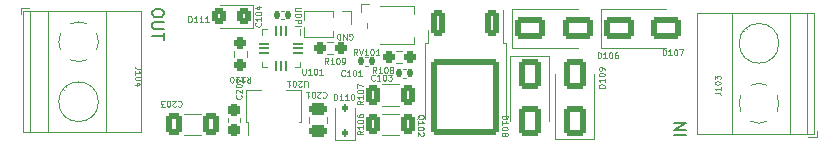
<source format=gbr>
%TF.GenerationSoftware,KiCad,Pcbnew,7.0.7*%
%TF.CreationDate,2023-10-02T21:32:42+02:00*%
%TF.ProjectId,circuitBreaker2.0,63697263-7569-4744-9272-65616b657232,rev?*%
%TF.SameCoordinates,Original*%
%TF.FileFunction,Legend,Top*%
%TF.FilePolarity,Positive*%
%FSLAX46Y46*%
G04 Gerber Fmt 4.6, Leading zero omitted, Abs format (unit mm)*
G04 Created by KiCad (PCBNEW 7.0.7) date 2023-10-02 21:32:42*
%MOMM*%
%LPD*%
G01*
G04 APERTURE LIST*
G04 Aperture macros list*
%AMRoundRect*
0 Rectangle with rounded corners*
0 $1 Rounding radius*
0 $2 $3 $4 $5 $6 $7 $8 $9 X,Y pos of 4 corners*
0 Add a 4 corners polygon primitive as box body*
4,1,4,$2,$3,$4,$5,$6,$7,$8,$9,$2,$3,0*
0 Add four circle primitives for the rounded corners*
1,1,$1+$1,$2,$3*
1,1,$1+$1,$4,$5*
1,1,$1+$1,$6,$7*
1,1,$1+$1,$8,$9*
0 Add four rect primitives between the rounded corners*
20,1,$1+$1,$2,$3,$4,$5,0*
20,1,$1+$1,$4,$5,$6,$7,0*
20,1,$1+$1,$6,$7,$8,$9,0*
20,1,$1+$1,$8,$9,$2,$3,0*%
%AMFreePoly0*
4,1,9,3.862500,-0.866500,0.737500,-0.866500,0.737500,-0.450000,-0.737500,-0.450000,-0.737500,0.450000,0.737500,0.450000,0.737500,0.866500,3.862500,0.866500,3.862500,-0.866500,3.862500,-0.866500,$1*%
%AMFreePoly1*
4,1,14,0.334644,0.085355,0.385355,0.034644,0.400000,-0.000711,0.400000,-0.050000,0.385355,-0.085355,0.350000,-0.100000,-0.350000,-0.100000,-0.385355,-0.085355,-0.400000,-0.050000,-0.400000,0.050000,-0.385355,0.085355,-0.350000,0.100000,0.299289,0.100000,0.334644,0.085355,0.334644,0.085355,$1*%
%AMFreePoly2*
4,1,14,0.385355,0.085355,0.400000,0.050000,0.400000,0.000711,0.385355,-0.034644,0.334644,-0.085355,0.299289,-0.100000,-0.350000,-0.100000,-0.385355,-0.085355,-0.400000,-0.050000,-0.400000,0.050000,-0.385355,0.085355,-0.350000,0.100000,0.350000,0.100000,0.385355,0.085355,0.385355,0.085355,$1*%
%AMFreePoly3*
4,1,14,0.085355,0.385355,0.100000,0.350000,0.100000,-0.350000,0.085355,-0.385355,0.050000,-0.400000,-0.050000,-0.400000,-0.085355,-0.385355,-0.100000,-0.350000,-0.100000,0.299289,-0.085355,0.334644,-0.034644,0.385355,0.000711,0.400000,0.050000,0.400000,0.085355,0.385355,0.085355,0.385355,$1*%
%AMFreePoly4*
4,1,14,0.034644,0.385355,0.085355,0.334644,0.100000,0.299289,0.100000,-0.350000,0.085355,-0.385355,0.050000,-0.400000,-0.050000,-0.400000,-0.085355,-0.385355,-0.100000,-0.350000,-0.100000,0.350000,-0.085355,0.385355,-0.050000,0.400000,-0.000711,0.400000,0.034644,0.385355,0.034644,0.385355,$1*%
%AMFreePoly5*
4,1,14,0.385355,0.085355,0.400000,0.050000,0.400000,-0.050000,0.385355,-0.085355,0.350000,-0.100000,-0.299289,-0.100000,-0.334644,-0.085355,-0.385355,-0.034644,-0.400000,0.000711,-0.400000,0.050000,-0.385355,0.085355,-0.350000,0.100000,0.350000,0.100000,0.385355,0.085355,0.385355,0.085355,$1*%
%AMFreePoly6*
4,1,14,0.385355,0.085355,0.400000,0.050000,0.400000,-0.050000,0.385355,-0.085355,0.350000,-0.100000,-0.350000,-0.100000,-0.385355,-0.085355,-0.400000,-0.050000,-0.400000,-0.000711,-0.385355,0.034644,-0.334644,0.085355,-0.299289,0.100000,0.350000,0.100000,0.385355,0.085355,0.385355,0.085355,$1*%
%AMFreePoly7*
4,1,14,0.085355,0.385355,0.100000,0.350000,0.100000,-0.299289,0.085355,-0.334644,0.034644,-0.385355,-0.000711,-0.400000,-0.050000,-0.400000,-0.085355,-0.385355,-0.100000,-0.350000,-0.100000,0.350000,-0.085355,0.385355,-0.050000,0.400000,0.050000,0.400000,0.085355,0.385355,0.085355,0.385355,$1*%
%AMFreePoly8*
4,1,14,0.085355,0.385355,0.100000,0.350000,0.100000,-0.350000,0.085355,-0.385355,0.050000,-0.400000,0.000711,-0.400000,-0.034644,-0.385355,-0.085355,-0.334644,-0.100000,-0.299289,-0.100000,0.350000,-0.085355,0.385355,-0.050000,0.400000,0.050000,0.400000,0.085355,0.385355,0.085355,0.385355,$1*%
G04 Aperture macros list end*
%ADD10C,0.150000*%
%ADD11C,0.075000*%
%ADD12C,0.120000*%
%ADD13R,1.200000X1.200000*%
%ADD14R,1.500000X1.600000*%
%ADD15RoundRect,0.237500X-0.237500X0.250000X-0.237500X-0.250000X0.237500X-0.250000X0.237500X0.250000X0*%
%ADD16R,2.600000X2.600000*%
%ADD17C,2.600000*%
%ADD18RoundRect,0.250000X0.325000X0.450000X-0.325000X0.450000X-0.325000X-0.450000X0.325000X-0.450000X0*%
%ADD19RoundRect,0.250000X0.650000X-1.000000X0.650000X1.000000X-0.650000X1.000000X-0.650000X-1.000000X0*%
%ADD20RoundRect,0.250000X-0.312500X-0.625000X0.312500X-0.625000X0.312500X0.625000X-0.312500X0.625000X0*%
%ADD21RoundRect,0.250000X0.412500X0.650000X-0.412500X0.650000X-0.412500X-0.650000X0.412500X-0.650000X0*%
%ADD22RoundRect,0.140000X-0.140000X-0.170000X0.140000X-0.170000X0.140000X0.170000X-0.140000X0.170000X0*%
%ADD23RoundRect,0.237500X0.250000X0.237500X-0.250000X0.237500X-0.250000X-0.237500X0.250000X-0.237500X0*%
%ADD24RoundRect,0.250000X-1.000000X-0.650000X1.000000X-0.650000X1.000000X0.650000X-1.000000X0.650000X0*%
%ADD25C,3.200000*%
%ADD26RoundRect,0.250000X-0.650000X1.000000X-0.650000X-1.000000X0.650000X-1.000000X0.650000X1.000000X0*%
%ADD27RoundRect,0.250000X0.312500X0.625000X-0.312500X0.625000X-0.312500X-0.625000X0.312500X-0.625000X0*%
%ADD28RoundRect,0.250000X0.475000X-0.250000X0.475000X0.250000X-0.475000X0.250000X-0.475000X-0.250000X0*%
%ADD29RoundRect,0.250000X-0.350000X0.850000X-0.350000X-0.850000X0.350000X-0.850000X0.350000X0.850000X0*%
%ADD30RoundRect,0.249997X-2.650003X2.950003X-2.650003X-2.950003X2.650003X-2.950003X2.650003X2.950003X0*%
%ADD31RoundRect,0.112500X0.112500X-0.187500X0.112500X0.187500X-0.112500X0.187500X-0.112500X-0.187500X0*%
%ADD32RoundRect,0.140000X0.140000X0.170000X-0.140000X0.170000X-0.140000X-0.170000X0.140000X-0.170000X0*%
%ADD33R,1.000000X1.000000*%
%ADD34O,1.000000X1.000000*%
%ADD35R,0.900000X1.300000*%
%ADD36FreePoly0,90.000000*%
%ADD37RoundRect,0.237500X0.237500X-0.300000X0.237500X0.300000X-0.237500X0.300000X-0.237500X-0.300000X0*%
%ADD38FreePoly1,270.000000*%
%ADD39RoundRect,0.050000X-0.050000X0.350000X-0.050000X-0.350000X0.050000X-0.350000X0.050000X0.350000X0*%
%ADD40FreePoly2,270.000000*%
%ADD41FreePoly3,270.000000*%
%ADD42RoundRect,0.050000X-0.350000X0.050000X-0.350000X-0.050000X0.350000X-0.050000X0.350000X0.050000X0*%
%ADD43FreePoly4,270.000000*%
%ADD44FreePoly5,270.000000*%
%ADD45FreePoly6,270.000000*%
%ADD46FreePoly7,270.000000*%
%ADD47FreePoly8,270.000000*%
%ADD48R,1.700000X1.700000*%
G04 APERTURE END LIST*
D10*
X142617819Y-77260220D02*
X141617819Y-77260220D01*
X142617819Y-76784030D02*
X141617819Y-76784030D01*
X141617819Y-76784030D02*
X142617819Y-76212602D01*
X142617819Y-76212602D02*
X141617819Y-76212602D01*
D11*
X110039090Y-66462389D02*
X109634328Y-66462389D01*
X109634328Y-66462389D02*
X109586709Y-66486199D01*
X109586709Y-66486199D02*
X109562900Y-66510008D01*
X109562900Y-66510008D02*
X109539090Y-66557627D01*
X109539090Y-66557627D02*
X109539090Y-66652865D01*
X109539090Y-66652865D02*
X109562900Y-66700484D01*
X109562900Y-66700484D02*
X109586709Y-66724294D01*
X109586709Y-66724294D02*
X109634328Y-66748103D01*
X109634328Y-66748103D02*
X110039090Y-66748103D01*
X109539090Y-66986199D02*
X110039090Y-66986199D01*
X110039090Y-66986199D02*
X110039090Y-67105247D01*
X110039090Y-67105247D02*
X110015280Y-67176675D01*
X110015280Y-67176675D02*
X109967661Y-67224294D01*
X109967661Y-67224294D02*
X109920042Y-67248104D01*
X109920042Y-67248104D02*
X109824804Y-67271913D01*
X109824804Y-67271913D02*
X109753376Y-67271913D01*
X109753376Y-67271913D02*
X109658138Y-67248104D01*
X109658138Y-67248104D02*
X109610519Y-67224294D01*
X109610519Y-67224294D02*
X109562900Y-67176675D01*
X109562900Y-67176675D02*
X109539090Y-67105247D01*
X109539090Y-67105247D02*
X109539090Y-66986199D01*
X109539090Y-67486199D02*
X110039090Y-67486199D01*
X110039090Y-67486199D02*
X110039090Y-67676675D01*
X110039090Y-67676675D02*
X110015280Y-67724294D01*
X110015280Y-67724294D02*
X109991471Y-67748104D01*
X109991471Y-67748104D02*
X109943852Y-67771913D01*
X109943852Y-67771913D02*
X109872423Y-67771913D01*
X109872423Y-67771913D02*
X109824804Y-67748104D01*
X109824804Y-67748104D02*
X109800995Y-67724294D01*
X109800995Y-67724294D02*
X109777185Y-67676675D01*
X109777185Y-67676675D02*
X109777185Y-67486199D01*
X109539090Y-67986199D02*
X110039090Y-67986199D01*
X114123705Y-69121280D02*
X114171324Y-69145090D01*
X114171324Y-69145090D02*
X114242753Y-69145090D01*
X114242753Y-69145090D02*
X114314181Y-69121280D01*
X114314181Y-69121280D02*
X114361800Y-69073661D01*
X114361800Y-69073661D02*
X114385610Y-69026042D01*
X114385610Y-69026042D02*
X114409419Y-68930804D01*
X114409419Y-68930804D02*
X114409419Y-68859376D01*
X114409419Y-68859376D02*
X114385610Y-68764138D01*
X114385610Y-68764138D02*
X114361800Y-68716519D01*
X114361800Y-68716519D02*
X114314181Y-68668900D01*
X114314181Y-68668900D02*
X114242753Y-68645090D01*
X114242753Y-68645090D02*
X114195134Y-68645090D01*
X114195134Y-68645090D02*
X114123705Y-68668900D01*
X114123705Y-68668900D02*
X114099896Y-68692709D01*
X114099896Y-68692709D02*
X114099896Y-68859376D01*
X114099896Y-68859376D02*
X114195134Y-68859376D01*
X113885610Y-68645090D02*
X113885610Y-69145090D01*
X113885610Y-69145090D02*
X113599896Y-68645090D01*
X113599896Y-68645090D02*
X113599896Y-69145090D01*
X113361800Y-68645090D02*
X113361800Y-69145090D01*
X113361800Y-69145090D02*
X113242752Y-69145090D01*
X113242752Y-69145090D02*
X113171324Y-69121280D01*
X113171324Y-69121280D02*
X113123705Y-69073661D01*
X113123705Y-69073661D02*
X113099895Y-69026042D01*
X113099895Y-69026042D02*
X113076086Y-68930804D01*
X113076086Y-68930804D02*
X113076086Y-68859376D01*
X113076086Y-68859376D02*
X113099895Y-68764138D01*
X113099895Y-68764138D02*
X113123705Y-68716519D01*
X113123705Y-68716519D02*
X113171324Y-68668900D01*
X113171324Y-68668900D02*
X113242752Y-68645090D01*
X113242752Y-68645090D02*
X113361800Y-68645090D01*
D10*
X98412180Y-66821255D02*
X98412180Y-67011731D01*
X98412180Y-67011731D02*
X98364561Y-67106969D01*
X98364561Y-67106969D02*
X98269323Y-67202207D01*
X98269323Y-67202207D02*
X98078847Y-67249826D01*
X98078847Y-67249826D02*
X97745514Y-67249826D01*
X97745514Y-67249826D02*
X97555038Y-67202207D01*
X97555038Y-67202207D02*
X97459800Y-67106969D01*
X97459800Y-67106969D02*
X97412180Y-67011731D01*
X97412180Y-67011731D02*
X97412180Y-66821255D01*
X97412180Y-66821255D02*
X97459800Y-66726017D01*
X97459800Y-66726017D02*
X97555038Y-66630779D01*
X97555038Y-66630779D02*
X97745514Y-66583160D01*
X97745514Y-66583160D02*
X98078847Y-66583160D01*
X98078847Y-66583160D02*
X98269323Y-66630779D01*
X98269323Y-66630779D02*
X98364561Y-66726017D01*
X98364561Y-66726017D02*
X98412180Y-66821255D01*
X98412180Y-67678398D02*
X97602657Y-67678398D01*
X97602657Y-67678398D02*
X97507419Y-67726017D01*
X97507419Y-67726017D02*
X97459800Y-67773636D01*
X97459800Y-67773636D02*
X97412180Y-67868874D01*
X97412180Y-67868874D02*
X97412180Y-68059350D01*
X97412180Y-68059350D02*
X97459800Y-68154588D01*
X97459800Y-68154588D02*
X97507419Y-68202207D01*
X97507419Y-68202207D02*
X97602657Y-68249826D01*
X97602657Y-68249826D02*
X98412180Y-68249826D01*
X98412180Y-68583160D02*
X98412180Y-69154588D01*
X97412180Y-68868874D02*
X98412180Y-68868874D01*
D11*
X114796191Y-70458409D02*
X114629525Y-70220314D01*
X114510477Y-70458409D02*
X114510477Y-69958409D01*
X114510477Y-69958409D02*
X114700953Y-69958409D01*
X114700953Y-69958409D02*
X114748572Y-69982219D01*
X114748572Y-69982219D02*
X114772382Y-70006028D01*
X114772382Y-70006028D02*
X114796191Y-70053647D01*
X114796191Y-70053647D02*
X114796191Y-70125076D01*
X114796191Y-70125076D02*
X114772382Y-70172695D01*
X114772382Y-70172695D02*
X114748572Y-70196504D01*
X114748572Y-70196504D02*
X114700953Y-70220314D01*
X114700953Y-70220314D02*
X114510477Y-70220314D01*
X114939049Y-69958409D02*
X115105715Y-70458409D01*
X115105715Y-70458409D02*
X115272382Y-69958409D01*
X115700953Y-70458409D02*
X115415239Y-70458409D01*
X115558096Y-70458409D02*
X115558096Y-69958409D01*
X115558096Y-69958409D02*
X115510477Y-70029838D01*
X115510477Y-70029838D02*
X115462858Y-70077457D01*
X115462858Y-70077457D02*
X115415239Y-70101266D01*
X116010476Y-69958409D02*
X116058095Y-69958409D01*
X116058095Y-69958409D02*
X116105714Y-69982219D01*
X116105714Y-69982219D02*
X116129524Y-70006028D01*
X116129524Y-70006028D02*
X116153333Y-70053647D01*
X116153333Y-70053647D02*
X116177143Y-70148885D01*
X116177143Y-70148885D02*
X116177143Y-70267933D01*
X116177143Y-70267933D02*
X116153333Y-70363171D01*
X116153333Y-70363171D02*
X116129524Y-70410790D01*
X116129524Y-70410790D02*
X116105714Y-70434600D01*
X116105714Y-70434600D02*
X116058095Y-70458409D01*
X116058095Y-70458409D02*
X116010476Y-70458409D01*
X116010476Y-70458409D02*
X115962857Y-70434600D01*
X115962857Y-70434600D02*
X115939048Y-70410790D01*
X115939048Y-70410790D02*
X115915238Y-70363171D01*
X115915238Y-70363171D02*
X115891429Y-70267933D01*
X115891429Y-70267933D02*
X115891429Y-70148885D01*
X115891429Y-70148885D02*
X115915238Y-70053647D01*
X115915238Y-70053647D02*
X115939048Y-70006028D01*
X115939048Y-70006028D02*
X115962857Y-69982219D01*
X115962857Y-69982219D02*
X116010476Y-69958409D01*
X116653333Y-70458409D02*
X116367619Y-70458409D01*
X116510476Y-70458409D02*
X116510476Y-69958409D01*
X116510476Y-69958409D02*
X116462857Y-70029838D01*
X116462857Y-70029838D02*
X116415238Y-70077457D01*
X116415238Y-70077457D02*
X116367619Y-70101266D01*
X105461523Y-72289590D02*
X105628189Y-72527685D01*
X105747237Y-72289590D02*
X105747237Y-72789590D01*
X105747237Y-72789590D02*
X105556761Y-72789590D01*
X105556761Y-72789590D02*
X105509142Y-72765780D01*
X105509142Y-72765780D02*
X105485332Y-72741971D01*
X105485332Y-72741971D02*
X105461523Y-72694352D01*
X105461523Y-72694352D02*
X105461523Y-72622923D01*
X105461523Y-72622923D02*
X105485332Y-72575304D01*
X105485332Y-72575304D02*
X105509142Y-72551495D01*
X105509142Y-72551495D02*
X105556761Y-72527685D01*
X105556761Y-72527685D02*
X105747237Y-72527685D01*
X104985332Y-72289590D02*
X105271046Y-72289590D01*
X105128189Y-72289590D02*
X105128189Y-72789590D01*
X105128189Y-72789590D02*
X105175808Y-72718161D01*
X105175808Y-72718161D02*
X105223427Y-72670542D01*
X105223427Y-72670542D02*
X105271046Y-72646733D01*
X104509142Y-72289590D02*
X104794856Y-72289590D01*
X104651999Y-72289590D02*
X104651999Y-72789590D01*
X104651999Y-72789590D02*
X104699618Y-72718161D01*
X104699618Y-72718161D02*
X104747237Y-72670542D01*
X104747237Y-72670542D02*
X104794856Y-72646733D01*
X104199619Y-72789590D02*
X104152000Y-72789590D01*
X104152000Y-72789590D02*
X104104381Y-72765780D01*
X104104381Y-72765780D02*
X104080571Y-72741971D01*
X104080571Y-72741971D02*
X104056762Y-72694352D01*
X104056762Y-72694352D02*
X104032952Y-72599114D01*
X104032952Y-72599114D02*
X104032952Y-72480066D01*
X104032952Y-72480066D02*
X104056762Y-72384828D01*
X104056762Y-72384828D02*
X104080571Y-72337209D01*
X104080571Y-72337209D02*
X104104381Y-72313400D01*
X104104381Y-72313400D02*
X104152000Y-72289590D01*
X104152000Y-72289590D02*
X104199619Y-72289590D01*
X104199619Y-72289590D02*
X104247238Y-72313400D01*
X104247238Y-72313400D02*
X104271047Y-72337209D01*
X104271047Y-72337209D02*
X104294857Y-72384828D01*
X104294857Y-72384828D02*
X104318666Y-72480066D01*
X104318666Y-72480066D02*
X104318666Y-72599114D01*
X104318666Y-72599114D02*
X104294857Y-72694352D01*
X104294857Y-72694352D02*
X104271047Y-72741971D01*
X104271047Y-72741971D02*
X104247238Y-72765780D01*
X104247238Y-72765780D02*
X104199619Y-72789590D01*
X145052409Y-73658856D02*
X145409552Y-73658856D01*
X145409552Y-73658856D02*
X145480980Y-73682665D01*
X145480980Y-73682665D02*
X145528600Y-73730284D01*
X145528600Y-73730284D02*
X145552409Y-73801713D01*
X145552409Y-73801713D02*
X145552409Y-73849332D01*
X145552409Y-73158856D02*
X145552409Y-73444570D01*
X145552409Y-73301713D02*
X145052409Y-73301713D01*
X145052409Y-73301713D02*
X145123838Y-73349332D01*
X145123838Y-73349332D02*
X145171457Y-73396951D01*
X145171457Y-73396951D02*
X145195266Y-73444570D01*
X145052409Y-72849333D02*
X145052409Y-72801714D01*
X145052409Y-72801714D02*
X145076219Y-72754095D01*
X145076219Y-72754095D02*
X145100028Y-72730285D01*
X145100028Y-72730285D02*
X145147647Y-72706476D01*
X145147647Y-72706476D02*
X145242885Y-72682666D01*
X145242885Y-72682666D02*
X145361933Y-72682666D01*
X145361933Y-72682666D02*
X145457171Y-72706476D01*
X145457171Y-72706476D02*
X145504790Y-72730285D01*
X145504790Y-72730285D02*
X145528600Y-72754095D01*
X145528600Y-72754095D02*
X145552409Y-72801714D01*
X145552409Y-72801714D02*
X145552409Y-72849333D01*
X145552409Y-72849333D02*
X145528600Y-72896952D01*
X145528600Y-72896952D02*
X145504790Y-72920761D01*
X145504790Y-72920761D02*
X145457171Y-72944571D01*
X145457171Y-72944571D02*
X145361933Y-72968380D01*
X145361933Y-72968380D02*
X145242885Y-72968380D01*
X145242885Y-72968380D02*
X145147647Y-72944571D01*
X145147647Y-72944571D02*
X145100028Y-72920761D01*
X145100028Y-72920761D02*
X145076219Y-72896952D01*
X145076219Y-72896952D02*
X145052409Y-72849333D01*
X145052409Y-72516000D02*
X145052409Y-72206476D01*
X145052409Y-72206476D02*
X145242885Y-72373143D01*
X145242885Y-72373143D02*
X145242885Y-72301714D01*
X145242885Y-72301714D02*
X145266695Y-72254095D01*
X145266695Y-72254095D02*
X145290504Y-72230286D01*
X145290504Y-72230286D02*
X145338123Y-72206476D01*
X145338123Y-72206476D02*
X145457171Y-72206476D01*
X145457171Y-72206476D02*
X145504790Y-72230286D01*
X145504790Y-72230286D02*
X145528600Y-72254095D01*
X145528600Y-72254095D02*
X145552409Y-72301714D01*
X145552409Y-72301714D02*
X145552409Y-72444571D01*
X145552409Y-72444571D02*
X145528600Y-72492190D01*
X145528600Y-72492190D02*
X145504790Y-72516000D01*
X100500762Y-67664409D02*
X100500762Y-67164409D01*
X100500762Y-67164409D02*
X100619810Y-67164409D01*
X100619810Y-67164409D02*
X100691238Y-67188219D01*
X100691238Y-67188219D02*
X100738857Y-67235838D01*
X100738857Y-67235838D02*
X100762667Y-67283457D01*
X100762667Y-67283457D02*
X100786476Y-67378695D01*
X100786476Y-67378695D02*
X100786476Y-67450123D01*
X100786476Y-67450123D02*
X100762667Y-67545361D01*
X100762667Y-67545361D02*
X100738857Y-67592980D01*
X100738857Y-67592980D02*
X100691238Y-67640600D01*
X100691238Y-67640600D02*
X100619810Y-67664409D01*
X100619810Y-67664409D02*
X100500762Y-67664409D01*
X101262667Y-67664409D02*
X100976953Y-67664409D01*
X101119810Y-67664409D02*
X101119810Y-67164409D01*
X101119810Y-67164409D02*
X101072191Y-67235838D01*
X101072191Y-67235838D02*
X101024572Y-67283457D01*
X101024572Y-67283457D02*
X100976953Y-67307266D01*
X101738857Y-67664409D02*
X101453143Y-67664409D01*
X101596000Y-67664409D02*
X101596000Y-67164409D01*
X101596000Y-67164409D02*
X101548381Y-67235838D01*
X101548381Y-67235838D02*
X101500762Y-67283457D01*
X101500762Y-67283457D02*
X101453143Y-67307266D01*
X102215047Y-67664409D02*
X101929333Y-67664409D01*
X102072190Y-67664409D02*
X102072190Y-67164409D01*
X102072190Y-67164409D02*
X102024571Y-67235838D01*
X102024571Y-67235838D02*
X101976952Y-67283457D01*
X101976952Y-67283457D02*
X101929333Y-67307266D01*
X135727409Y-73218237D02*
X135227409Y-73218237D01*
X135227409Y-73218237D02*
X135227409Y-73099189D01*
X135227409Y-73099189D02*
X135251219Y-73027761D01*
X135251219Y-73027761D02*
X135298838Y-72980142D01*
X135298838Y-72980142D02*
X135346457Y-72956332D01*
X135346457Y-72956332D02*
X135441695Y-72932523D01*
X135441695Y-72932523D02*
X135513123Y-72932523D01*
X135513123Y-72932523D02*
X135608361Y-72956332D01*
X135608361Y-72956332D02*
X135655980Y-72980142D01*
X135655980Y-72980142D02*
X135703600Y-73027761D01*
X135703600Y-73027761D02*
X135727409Y-73099189D01*
X135727409Y-73099189D02*
X135727409Y-73218237D01*
X135727409Y-72456332D02*
X135727409Y-72742046D01*
X135727409Y-72599189D02*
X135227409Y-72599189D01*
X135227409Y-72599189D02*
X135298838Y-72646808D01*
X135298838Y-72646808D02*
X135346457Y-72694427D01*
X135346457Y-72694427D02*
X135370266Y-72742046D01*
X135227409Y-72146809D02*
X135227409Y-72099190D01*
X135227409Y-72099190D02*
X135251219Y-72051571D01*
X135251219Y-72051571D02*
X135275028Y-72027761D01*
X135275028Y-72027761D02*
X135322647Y-72003952D01*
X135322647Y-72003952D02*
X135417885Y-71980142D01*
X135417885Y-71980142D02*
X135536933Y-71980142D01*
X135536933Y-71980142D02*
X135632171Y-72003952D01*
X135632171Y-72003952D02*
X135679790Y-72027761D01*
X135679790Y-72027761D02*
X135703600Y-72051571D01*
X135703600Y-72051571D02*
X135727409Y-72099190D01*
X135727409Y-72099190D02*
X135727409Y-72146809D01*
X135727409Y-72146809D02*
X135703600Y-72194428D01*
X135703600Y-72194428D02*
X135679790Y-72218237D01*
X135679790Y-72218237D02*
X135632171Y-72242047D01*
X135632171Y-72242047D02*
X135536933Y-72265856D01*
X135536933Y-72265856D02*
X135417885Y-72265856D01*
X135417885Y-72265856D02*
X135322647Y-72242047D01*
X135322647Y-72242047D02*
X135275028Y-72218237D01*
X135275028Y-72218237D02*
X135251219Y-72194428D01*
X135251219Y-72194428D02*
X135227409Y-72146809D01*
X135727409Y-71742047D02*
X135727409Y-71646809D01*
X135727409Y-71646809D02*
X135703600Y-71599190D01*
X135703600Y-71599190D02*
X135679790Y-71575381D01*
X135679790Y-71575381D02*
X135608361Y-71527762D01*
X135608361Y-71527762D02*
X135513123Y-71503952D01*
X135513123Y-71503952D02*
X135322647Y-71503952D01*
X135322647Y-71503952D02*
X135275028Y-71527762D01*
X135275028Y-71527762D02*
X135251219Y-71551571D01*
X135251219Y-71551571D02*
X135227409Y-71599190D01*
X135227409Y-71599190D02*
X135227409Y-71694428D01*
X135227409Y-71694428D02*
X135251219Y-71742047D01*
X135251219Y-71742047D02*
X135275028Y-71765857D01*
X135275028Y-71765857D02*
X135322647Y-71789666D01*
X135322647Y-71789666D02*
X135441695Y-71789666D01*
X135441695Y-71789666D02*
X135489314Y-71765857D01*
X135489314Y-71765857D02*
X135513123Y-71742047D01*
X135513123Y-71742047D02*
X135536933Y-71694428D01*
X135536933Y-71694428D02*
X135536933Y-71599190D01*
X135536933Y-71599190D02*
X135513123Y-71551571D01*
X135513123Y-71551571D02*
X135489314Y-71527762D01*
X135489314Y-71527762D02*
X135441695Y-71503952D01*
X115289409Y-74346523D02*
X115051314Y-74513189D01*
X115289409Y-74632237D02*
X114789409Y-74632237D01*
X114789409Y-74632237D02*
X114789409Y-74441761D01*
X114789409Y-74441761D02*
X114813219Y-74394142D01*
X114813219Y-74394142D02*
X114837028Y-74370332D01*
X114837028Y-74370332D02*
X114884647Y-74346523D01*
X114884647Y-74346523D02*
X114956076Y-74346523D01*
X114956076Y-74346523D02*
X115003695Y-74370332D01*
X115003695Y-74370332D02*
X115027504Y-74394142D01*
X115027504Y-74394142D02*
X115051314Y-74441761D01*
X115051314Y-74441761D02*
X115051314Y-74632237D01*
X115289409Y-73870332D02*
X115289409Y-74156046D01*
X115289409Y-74013189D02*
X114789409Y-74013189D01*
X114789409Y-74013189D02*
X114860838Y-74060808D01*
X114860838Y-74060808D02*
X114908457Y-74108427D01*
X114908457Y-74108427D02*
X114932266Y-74156046D01*
X114789409Y-73560809D02*
X114789409Y-73513190D01*
X114789409Y-73513190D02*
X114813219Y-73465571D01*
X114813219Y-73465571D02*
X114837028Y-73441761D01*
X114837028Y-73441761D02*
X114884647Y-73417952D01*
X114884647Y-73417952D02*
X114979885Y-73394142D01*
X114979885Y-73394142D02*
X115098933Y-73394142D01*
X115098933Y-73394142D02*
X115194171Y-73417952D01*
X115194171Y-73417952D02*
X115241790Y-73441761D01*
X115241790Y-73441761D02*
X115265600Y-73465571D01*
X115265600Y-73465571D02*
X115289409Y-73513190D01*
X115289409Y-73513190D02*
X115289409Y-73560809D01*
X115289409Y-73560809D02*
X115265600Y-73608428D01*
X115265600Y-73608428D02*
X115241790Y-73632237D01*
X115241790Y-73632237D02*
X115194171Y-73656047D01*
X115194171Y-73656047D02*
X115098933Y-73679856D01*
X115098933Y-73679856D02*
X114979885Y-73679856D01*
X114979885Y-73679856D02*
X114884647Y-73656047D01*
X114884647Y-73656047D02*
X114837028Y-73632237D01*
X114837028Y-73632237D02*
X114813219Y-73608428D01*
X114813219Y-73608428D02*
X114789409Y-73560809D01*
X114789409Y-73227476D02*
X114789409Y-72894143D01*
X114789409Y-72894143D02*
X115289409Y-73108428D01*
X99619523Y-74369209D02*
X99643332Y-74345400D01*
X99643332Y-74345400D02*
X99714761Y-74321590D01*
X99714761Y-74321590D02*
X99762380Y-74321590D01*
X99762380Y-74321590D02*
X99833808Y-74345400D01*
X99833808Y-74345400D02*
X99881427Y-74393019D01*
X99881427Y-74393019D02*
X99905237Y-74440638D01*
X99905237Y-74440638D02*
X99929046Y-74535876D01*
X99929046Y-74535876D02*
X99929046Y-74607304D01*
X99929046Y-74607304D02*
X99905237Y-74702542D01*
X99905237Y-74702542D02*
X99881427Y-74750161D01*
X99881427Y-74750161D02*
X99833808Y-74797780D01*
X99833808Y-74797780D02*
X99762380Y-74821590D01*
X99762380Y-74821590D02*
X99714761Y-74821590D01*
X99714761Y-74821590D02*
X99643332Y-74797780D01*
X99643332Y-74797780D02*
X99619523Y-74773971D01*
X99429046Y-74773971D02*
X99405237Y-74797780D01*
X99405237Y-74797780D02*
X99357618Y-74821590D01*
X99357618Y-74821590D02*
X99238570Y-74821590D01*
X99238570Y-74821590D02*
X99190951Y-74797780D01*
X99190951Y-74797780D02*
X99167142Y-74773971D01*
X99167142Y-74773971D02*
X99143332Y-74726352D01*
X99143332Y-74726352D02*
X99143332Y-74678733D01*
X99143332Y-74678733D02*
X99167142Y-74607304D01*
X99167142Y-74607304D02*
X99452856Y-74321590D01*
X99452856Y-74321590D02*
X99143332Y-74321590D01*
X98833809Y-74821590D02*
X98786190Y-74821590D01*
X98786190Y-74821590D02*
X98738571Y-74797780D01*
X98738571Y-74797780D02*
X98714761Y-74773971D01*
X98714761Y-74773971D02*
X98690952Y-74726352D01*
X98690952Y-74726352D02*
X98667142Y-74631114D01*
X98667142Y-74631114D02*
X98667142Y-74512066D01*
X98667142Y-74512066D02*
X98690952Y-74416828D01*
X98690952Y-74416828D02*
X98714761Y-74369209D01*
X98714761Y-74369209D02*
X98738571Y-74345400D01*
X98738571Y-74345400D02*
X98786190Y-74321590D01*
X98786190Y-74321590D02*
X98833809Y-74321590D01*
X98833809Y-74321590D02*
X98881428Y-74345400D01*
X98881428Y-74345400D02*
X98905237Y-74369209D01*
X98905237Y-74369209D02*
X98929047Y-74416828D01*
X98929047Y-74416828D02*
X98952856Y-74512066D01*
X98952856Y-74512066D02*
X98952856Y-74631114D01*
X98952856Y-74631114D02*
X98929047Y-74726352D01*
X98929047Y-74726352D02*
X98905237Y-74773971D01*
X98905237Y-74773971D02*
X98881428Y-74797780D01*
X98881428Y-74797780D02*
X98833809Y-74821590D01*
X98500476Y-74821590D02*
X98190952Y-74821590D01*
X98190952Y-74821590D02*
X98357619Y-74631114D01*
X98357619Y-74631114D02*
X98286190Y-74631114D01*
X98286190Y-74631114D02*
X98238571Y-74607304D01*
X98238571Y-74607304D02*
X98214762Y-74583495D01*
X98214762Y-74583495D02*
X98190952Y-74535876D01*
X98190952Y-74535876D02*
X98190952Y-74416828D01*
X98190952Y-74416828D02*
X98214762Y-74369209D01*
X98214762Y-74369209D02*
X98238571Y-74345400D01*
X98238571Y-74345400D02*
X98286190Y-74321590D01*
X98286190Y-74321590D02*
X98429047Y-74321590D01*
X98429047Y-74321590D02*
X98476666Y-74345400D01*
X98476666Y-74345400D02*
X98500476Y-74369209D01*
X113740476Y-72188790D02*
X113716667Y-72212600D01*
X113716667Y-72212600D02*
X113645238Y-72236409D01*
X113645238Y-72236409D02*
X113597619Y-72236409D01*
X113597619Y-72236409D02*
X113526191Y-72212600D01*
X113526191Y-72212600D02*
X113478572Y-72164980D01*
X113478572Y-72164980D02*
X113454762Y-72117361D01*
X113454762Y-72117361D02*
X113430953Y-72022123D01*
X113430953Y-72022123D02*
X113430953Y-71950695D01*
X113430953Y-71950695D02*
X113454762Y-71855457D01*
X113454762Y-71855457D02*
X113478572Y-71807838D01*
X113478572Y-71807838D02*
X113526191Y-71760219D01*
X113526191Y-71760219D02*
X113597619Y-71736409D01*
X113597619Y-71736409D02*
X113645238Y-71736409D01*
X113645238Y-71736409D02*
X113716667Y-71760219D01*
X113716667Y-71760219D02*
X113740476Y-71784028D01*
X114216667Y-72236409D02*
X113930953Y-72236409D01*
X114073810Y-72236409D02*
X114073810Y-71736409D01*
X114073810Y-71736409D02*
X114026191Y-71807838D01*
X114026191Y-71807838D02*
X113978572Y-71855457D01*
X113978572Y-71855457D02*
X113930953Y-71879266D01*
X114526190Y-71736409D02*
X114573809Y-71736409D01*
X114573809Y-71736409D02*
X114621428Y-71760219D01*
X114621428Y-71760219D02*
X114645238Y-71784028D01*
X114645238Y-71784028D02*
X114669047Y-71831647D01*
X114669047Y-71831647D02*
X114692857Y-71926885D01*
X114692857Y-71926885D02*
X114692857Y-72045933D01*
X114692857Y-72045933D02*
X114669047Y-72141171D01*
X114669047Y-72141171D02*
X114645238Y-72188790D01*
X114645238Y-72188790D02*
X114621428Y-72212600D01*
X114621428Y-72212600D02*
X114573809Y-72236409D01*
X114573809Y-72236409D02*
X114526190Y-72236409D01*
X114526190Y-72236409D02*
X114478571Y-72212600D01*
X114478571Y-72212600D02*
X114454762Y-72188790D01*
X114454762Y-72188790D02*
X114430952Y-72141171D01*
X114430952Y-72141171D02*
X114407143Y-72045933D01*
X114407143Y-72045933D02*
X114407143Y-71926885D01*
X114407143Y-71926885D02*
X114430952Y-71831647D01*
X114430952Y-71831647D02*
X114454762Y-71784028D01*
X114454762Y-71784028D02*
X114478571Y-71760219D01*
X114478571Y-71760219D02*
X114526190Y-71736409D01*
X115169047Y-72236409D02*
X114883333Y-72236409D01*
X115026190Y-72236409D02*
X115026190Y-71736409D01*
X115026190Y-71736409D02*
X114978571Y-71807838D01*
X114978571Y-71807838D02*
X114930952Y-71855457D01*
X114930952Y-71855457D02*
X114883333Y-71879266D01*
X112343476Y-71220409D02*
X112176810Y-70982314D01*
X112057762Y-71220409D02*
X112057762Y-70720409D01*
X112057762Y-70720409D02*
X112248238Y-70720409D01*
X112248238Y-70720409D02*
X112295857Y-70744219D01*
X112295857Y-70744219D02*
X112319667Y-70768028D01*
X112319667Y-70768028D02*
X112343476Y-70815647D01*
X112343476Y-70815647D02*
X112343476Y-70887076D01*
X112343476Y-70887076D02*
X112319667Y-70934695D01*
X112319667Y-70934695D02*
X112295857Y-70958504D01*
X112295857Y-70958504D02*
X112248238Y-70982314D01*
X112248238Y-70982314D02*
X112057762Y-70982314D01*
X112819667Y-71220409D02*
X112533953Y-71220409D01*
X112676810Y-71220409D02*
X112676810Y-70720409D01*
X112676810Y-70720409D02*
X112629191Y-70791838D01*
X112629191Y-70791838D02*
X112581572Y-70839457D01*
X112581572Y-70839457D02*
X112533953Y-70863266D01*
X113129190Y-70720409D02*
X113176809Y-70720409D01*
X113176809Y-70720409D02*
X113224428Y-70744219D01*
X113224428Y-70744219D02*
X113248238Y-70768028D01*
X113248238Y-70768028D02*
X113272047Y-70815647D01*
X113272047Y-70815647D02*
X113295857Y-70910885D01*
X113295857Y-70910885D02*
X113295857Y-71029933D01*
X113295857Y-71029933D02*
X113272047Y-71125171D01*
X113272047Y-71125171D02*
X113248238Y-71172790D01*
X113248238Y-71172790D02*
X113224428Y-71196600D01*
X113224428Y-71196600D02*
X113176809Y-71220409D01*
X113176809Y-71220409D02*
X113129190Y-71220409D01*
X113129190Y-71220409D02*
X113081571Y-71196600D01*
X113081571Y-71196600D02*
X113057762Y-71172790D01*
X113057762Y-71172790D02*
X113033952Y-71125171D01*
X113033952Y-71125171D02*
X113010143Y-71029933D01*
X113010143Y-71029933D02*
X113010143Y-70910885D01*
X113010143Y-70910885D02*
X113033952Y-70815647D01*
X113033952Y-70815647D02*
X113057762Y-70768028D01*
X113057762Y-70768028D02*
X113081571Y-70744219D01*
X113081571Y-70744219D02*
X113129190Y-70720409D01*
X113533952Y-71220409D02*
X113629190Y-71220409D01*
X113629190Y-71220409D02*
X113676809Y-71196600D01*
X113676809Y-71196600D02*
X113700618Y-71172790D01*
X113700618Y-71172790D02*
X113748237Y-71101361D01*
X113748237Y-71101361D02*
X113772047Y-71006123D01*
X113772047Y-71006123D02*
X113772047Y-70815647D01*
X113772047Y-70815647D02*
X113748237Y-70768028D01*
X113748237Y-70768028D02*
X113724428Y-70744219D01*
X113724428Y-70744219D02*
X113676809Y-70720409D01*
X113676809Y-70720409D02*
X113581571Y-70720409D01*
X113581571Y-70720409D02*
X113533952Y-70744219D01*
X113533952Y-70744219D02*
X113510142Y-70768028D01*
X113510142Y-70768028D02*
X113486333Y-70815647D01*
X113486333Y-70815647D02*
X113486333Y-70934695D01*
X113486333Y-70934695D02*
X113510142Y-70982314D01*
X113510142Y-70982314D02*
X113533952Y-71006123D01*
X113533952Y-71006123D02*
X113581571Y-71029933D01*
X113581571Y-71029933D02*
X113676809Y-71029933D01*
X113676809Y-71029933D02*
X113724428Y-71006123D01*
X113724428Y-71006123D02*
X113748237Y-70982314D01*
X113748237Y-70982314D02*
X113772047Y-70934695D01*
X106605790Y-67742523D02*
X106629600Y-67766332D01*
X106629600Y-67766332D02*
X106653409Y-67837761D01*
X106653409Y-67837761D02*
X106653409Y-67885380D01*
X106653409Y-67885380D02*
X106629600Y-67956808D01*
X106629600Y-67956808D02*
X106581980Y-68004427D01*
X106581980Y-68004427D02*
X106534361Y-68028237D01*
X106534361Y-68028237D02*
X106439123Y-68052046D01*
X106439123Y-68052046D02*
X106367695Y-68052046D01*
X106367695Y-68052046D02*
X106272457Y-68028237D01*
X106272457Y-68028237D02*
X106224838Y-68004427D01*
X106224838Y-68004427D02*
X106177219Y-67956808D01*
X106177219Y-67956808D02*
X106153409Y-67885380D01*
X106153409Y-67885380D02*
X106153409Y-67837761D01*
X106153409Y-67837761D02*
X106177219Y-67766332D01*
X106177219Y-67766332D02*
X106201028Y-67742523D01*
X106653409Y-67266332D02*
X106653409Y-67552046D01*
X106653409Y-67409189D02*
X106153409Y-67409189D01*
X106153409Y-67409189D02*
X106224838Y-67456808D01*
X106224838Y-67456808D02*
X106272457Y-67504427D01*
X106272457Y-67504427D02*
X106296266Y-67552046D01*
X106153409Y-66956809D02*
X106153409Y-66909190D01*
X106153409Y-66909190D02*
X106177219Y-66861571D01*
X106177219Y-66861571D02*
X106201028Y-66837761D01*
X106201028Y-66837761D02*
X106248647Y-66813952D01*
X106248647Y-66813952D02*
X106343885Y-66790142D01*
X106343885Y-66790142D02*
X106462933Y-66790142D01*
X106462933Y-66790142D02*
X106558171Y-66813952D01*
X106558171Y-66813952D02*
X106605790Y-66837761D01*
X106605790Y-66837761D02*
X106629600Y-66861571D01*
X106629600Y-66861571D02*
X106653409Y-66909190D01*
X106653409Y-66909190D02*
X106653409Y-66956809D01*
X106653409Y-66956809D02*
X106629600Y-67004428D01*
X106629600Y-67004428D02*
X106605790Y-67028237D01*
X106605790Y-67028237D02*
X106558171Y-67052047D01*
X106558171Y-67052047D02*
X106462933Y-67075856D01*
X106462933Y-67075856D02*
X106343885Y-67075856D01*
X106343885Y-67075856D02*
X106248647Y-67052047D01*
X106248647Y-67052047D02*
X106201028Y-67028237D01*
X106201028Y-67028237D02*
X106177219Y-67004428D01*
X106177219Y-67004428D02*
X106153409Y-66956809D01*
X106320076Y-66361571D02*
X106653409Y-66361571D01*
X106129600Y-66480619D02*
X106486742Y-66599666D01*
X106486742Y-66599666D02*
X106486742Y-66290143D01*
X140654762Y-70481409D02*
X140654762Y-69981409D01*
X140654762Y-69981409D02*
X140773810Y-69981409D01*
X140773810Y-69981409D02*
X140845238Y-70005219D01*
X140845238Y-70005219D02*
X140892857Y-70052838D01*
X140892857Y-70052838D02*
X140916667Y-70100457D01*
X140916667Y-70100457D02*
X140940476Y-70195695D01*
X140940476Y-70195695D02*
X140940476Y-70267123D01*
X140940476Y-70267123D02*
X140916667Y-70362361D01*
X140916667Y-70362361D02*
X140892857Y-70409980D01*
X140892857Y-70409980D02*
X140845238Y-70457600D01*
X140845238Y-70457600D02*
X140773810Y-70481409D01*
X140773810Y-70481409D02*
X140654762Y-70481409D01*
X141416667Y-70481409D02*
X141130953Y-70481409D01*
X141273810Y-70481409D02*
X141273810Y-69981409D01*
X141273810Y-69981409D02*
X141226191Y-70052838D01*
X141226191Y-70052838D02*
X141178572Y-70100457D01*
X141178572Y-70100457D02*
X141130953Y-70124266D01*
X141726190Y-69981409D02*
X141773809Y-69981409D01*
X141773809Y-69981409D02*
X141821428Y-70005219D01*
X141821428Y-70005219D02*
X141845238Y-70029028D01*
X141845238Y-70029028D02*
X141869047Y-70076647D01*
X141869047Y-70076647D02*
X141892857Y-70171885D01*
X141892857Y-70171885D02*
X141892857Y-70290933D01*
X141892857Y-70290933D02*
X141869047Y-70386171D01*
X141869047Y-70386171D02*
X141845238Y-70433790D01*
X141845238Y-70433790D02*
X141821428Y-70457600D01*
X141821428Y-70457600D02*
X141773809Y-70481409D01*
X141773809Y-70481409D02*
X141726190Y-70481409D01*
X141726190Y-70481409D02*
X141678571Y-70457600D01*
X141678571Y-70457600D02*
X141654762Y-70433790D01*
X141654762Y-70433790D02*
X141630952Y-70386171D01*
X141630952Y-70386171D02*
X141607143Y-70290933D01*
X141607143Y-70290933D02*
X141607143Y-70171885D01*
X141607143Y-70171885D02*
X141630952Y-70076647D01*
X141630952Y-70076647D02*
X141654762Y-70029028D01*
X141654762Y-70029028D02*
X141678571Y-70005219D01*
X141678571Y-70005219D02*
X141726190Y-69981409D01*
X142059523Y-69981409D02*
X142392856Y-69981409D01*
X142392856Y-69981409D02*
X142178571Y-70481409D01*
X127026590Y-75608762D02*
X127526590Y-75608762D01*
X127526590Y-75608762D02*
X127526590Y-75727810D01*
X127526590Y-75727810D02*
X127502780Y-75799238D01*
X127502780Y-75799238D02*
X127455161Y-75846857D01*
X127455161Y-75846857D02*
X127407542Y-75870667D01*
X127407542Y-75870667D02*
X127312304Y-75894476D01*
X127312304Y-75894476D02*
X127240876Y-75894476D01*
X127240876Y-75894476D02*
X127145638Y-75870667D01*
X127145638Y-75870667D02*
X127098019Y-75846857D01*
X127098019Y-75846857D02*
X127050400Y-75799238D01*
X127050400Y-75799238D02*
X127026590Y-75727810D01*
X127026590Y-75727810D02*
X127026590Y-75608762D01*
X127026590Y-76370667D02*
X127026590Y-76084953D01*
X127026590Y-76227810D02*
X127526590Y-76227810D01*
X127526590Y-76227810D02*
X127455161Y-76180191D01*
X127455161Y-76180191D02*
X127407542Y-76132572D01*
X127407542Y-76132572D02*
X127383733Y-76084953D01*
X127526590Y-76680190D02*
X127526590Y-76727809D01*
X127526590Y-76727809D02*
X127502780Y-76775428D01*
X127502780Y-76775428D02*
X127478971Y-76799238D01*
X127478971Y-76799238D02*
X127431352Y-76823047D01*
X127431352Y-76823047D02*
X127336114Y-76846857D01*
X127336114Y-76846857D02*
X127217066Y-76846857D01*
X127217066Y-76846857D02*
X127121828Y-76823047D01*
X127121828Y-76823047D02*
X127074209Y-76799238D01*
X127074209Y-76799238D02*
X127050400Y-76775428D01*
X127050400Y-76775428D02*
X127026590Y-76727809D01*
X127026590Y-76727809D02*
X127026590Y-76680190D01*
X127026590Y-76680190D02*
X127050400Y-76632571D01*
X127050400Y-76632571D02*
X127074209Y-76608762D01*
X127074209Y-76608762D02*
X127121828Y-76584952D01*
X127121828Y-76584952D02*
X127217066Y-76561143D01*
X127217066Y-76561143D02*
X127336114Y-76561143D01*
X127336114Y-76561143D02*
X127431352Y-76584952D01*
X127431352Y-76584952D02*
X127478971Y-76608762D01*
X127478971Y-76608762D02*
X127502780Y-76632571D01*
X127502780Y-76632571D02*
X127526590Y-76680190D01*
X127312304Y-77132571D02*
X127336114Y-77084952D01*
X127336114Y-77084952D02*
X127359923Y-77061142D01*
X127359923Y-77061142D02*
X127407542Y-77037333D01*
X127407542Y-77037333D02*
X127431352Y-77037333D01*
X127431352Y-77037333D02*
X127478971Y-77061142D01*
X127478971Y-77061142D02*
X127502780Y-77084952D01*
X127502780Y-77084952D02*
X127526590Y-77132571D01*
X127526590Y-77132571D02*
X127526590Y-77227809D01*
X127526590Y-77227809D02*
X127502780Y-77275428D01*
X127502780Y-77275428D02*
X127478971Y-77299237D01*
X127478971Y-77299237D02*
X127431352Y-77323047D01*
X127431352Y-77323047D02*
X127407542Y-77323047D01*
X127407542Y-77323047D02*
X127359923Y-77299237D01*
X127359923Y-77299237D02*
X127336114Y-77275428D01*
X127336114Y-77275428D02*
X127312304Y-77227809D01*
X127312304Y-77227809D02*
X127312304Y-77132571D01*
X127312304Y-77132571D02*
X127288495Y-77084952D01*
X127288495Y-77084952D02*
X127264685Y-77061142D01*
X127264685Y-77061142D02*
X127217066Y-77037333D01*
X127217066Y-77037333D02*
X127121828Y-77037333D01*
X127121828Y-77037333D02*
X127074209Y-77061142D01*
X127074209Y-77061142D02*
X127050400Y-77084952D01*
X127050400Y-77084952D02*
X127026590Y-77132571D01*
X127026590Y-77132571D02*
X127026590Y-77227809D01*
X127026590Y-77227809D02*
X127050400Y-77275428D01*
X127050400Y-77275428D02*
X127074209Y-77299237D01*
X127074209Y-77299237D02*
X127121828Y-77323047D01*
X127121828Y-77323047D02*
X127217066Y-77323047D01*
X127217066Y-77323047D02*
X127264685Y-77299237D01*
X127264685Y-77299237D02*
X127288495Y-77275428D01*
X127288495Y-77275428D02*
X127312304Y-77227809D01*
X135154762Y-70727409D02*
X135154762Y-70227409D01*
X135154762Y-70227409D02*
X135273810Y-70227409D01*
X135273810Y-70227409D02*
X135345238Y-70251219D01*
X135345238Y-70251219D02*
X135392857Y-70298838D01*
X135392857Y-70298838D02*
X135416667Y-70346457D01*
X135416667Y-70346457D02*
X135440476Y-70441695D01*
X135440476Y-70441695D02*
X135440476Y-70513123D01*
X135440476Y-70513123D02*
X135416667Y-70608361D01*
X135416667Y-70608361D02*
X135392857Y-70655980D01*
X135392857Y-70655980D02*
X135345238Y-70703600D01*
X135345238Y-70703600D02*
X135273810Y-70727409D01*
X135273810Y-70727409D02*
X135154762Y-70727409D01*
X135916667Y-70727409D02*
X135630953Y-70727409D01*
X135773810Y-70727409D02*
X135773810Y-70227409D01*
X135773810Y-70227409D02*
X135726191Y-70298838D01*
X135726191Y-70298838D02*
X135678572Y-70346457D01*
X135678572Y-70346457D02*
X135630953Y-70370266D01*
X136226190Y-70227409D02*
X136273809Y-70227409D01*
X136273809Y-70227409D02*
X136321428Y-70251219D01*
X136321428Y-70251219D02*
X136345238Y-70275028D01*
X136345238Y-70275028D02*
X136369047Y-70322647D01*
X136369047Y-70322647D02*
X136392857Y-70417885D01*
X136392857Y-70417885D02*
X136392857Y-70536933D01*
X136392857Y-70536933D02*
X136369047Y-70632171D01*
X136369047Y-70632171D02*
X136345238Y-70679790D01*
X136345238Y-70679790D02*
X136321428Y-70703600D01*
X136321428Y-70703600D02*
X136273809Y-70727409D01*
X136273809Y-70727409D02*
X136226190Y-70727409D01*
X136226190Y-70727409D02*
X136178571Y-70703600D01*
X136178571Y-70703600D02*
X136154762Y-70679790D01*
X136154762Y-70679790D02*
X136130952Y-70632171D01*
X136130952Y-70632171D02*
X136107143Y-70536933D01*
X136107143Y-70536933D02*
X136107143Y-70417885D01*
X136107143Y-70417885D02*
X136130952Y-70322647D01*
X136130952Y-70322647D02*
X136154762Y-70275028D01*
X136154762Y-70275028D02*
X136178571Y-70251219D01*
X136178571Y-70251219D02*
X136226190Y-70227409D01*
X136821428Y-70227409D02*
X136726190Y-70227409D01*
X136726190Y-70227409D02*
X136678571Y-70251219D01*
X136678571Y-70251219D02*
X136654761Y-70275028D01*
X136654761Y-70275028D02*
X136607142Y-70346457D01*
X136607142Y-70346457D02*
X136583333Y-70441695D01*
X136583333Y-70441695D02*
X136583333Y-70632171D01*
X136583333Y-70632171D02*
X136607142Y-70679790D01*
X136607142Y-70679790D02*
X136630952Y-70703600D01*
X136630952Y-70703600D02*
X136678571Y-70727409D01*
X136678571Y-70727409D02*
X136773809Y-70727409D01*
X136773809Y-70727409D02*
X136821428Y-70703600D01*
X136821428Y-70703600D02*
X136845237Y-70679790D01*
X136845237Y-70679790D02*
X136869047Y-70632171D01*
X136869047Y-70632171D02*
X136869047Y-70513123D01*
X136869047Y-70513123D02*
X136845237Y-70465504D01*
X136845237Y-70465504D02*
X136821428Y-70441695D01*
X136821428Y-70441695D02*
X136773809Y-70417885D01*
X136773809Y-70417885D02*
X136678571Y-70417885D01*
X136678571Y-70417885D02*
X136630952Y-70441695D01*
X136630952Y-70441695D02*
X136607142Y-70465504D01*
X136607142Y-70465504D02*
X136583333Y-70513123D01*
X115289409Y-76886523D02*
X115051314Y-77053189D01*
X115289409Y-77172237D02*
X114789409Y-77172237D01*
X114789409Y-77172237D02*
X114789409Y-76981761D01*
X114789409Y-76981761D02*
X114813219Y-76934142D01*
X114813219Y-76934142D02*
X114837028Y-76910332D01*
X114837028Y-76910332D02*
X114884647Y-76886523D01*
X114884647Y-76886523D02*
X114956076Y-76886523D01*
X114956076Y-76886523D02*
X115003695Y-76910332D01*
X115003695Y-76910332D02*
X115027504Y-76934142D01*
X115027504Y-76934142D02*
X115051314Y-76981761D01*
X115051314Y-76981761D02*
X115051314Y-77172237D01*
X115289409Y-76410332D02*
X115289409Y-76696046D01*
X115289409Y-76553189D02*
X114789409Y-76553189D01*
X114789409Y-76553189D02*
X114860838Y-76600808D01*
X114860838Y-76600808D02*
X114908457Y-76648427D01*
X114908457Y-76648427D02*
X114932266Y-76696046D01*
X114789409Y-76100809D02*
X114789409Y-76053190D01*
X114789409Y-76053190D02*
X114813219Y-76005571D01*
X114813219Y-76005571D02*
X114837028Y-75981761D01*
X114837028Y-75981761D02*
X114884647Y-75957952D01*
X114884647Y-75957952D02*
X114979885Y-75934142D01*
X114979885Y-75934142D02*
X115098933Y-75934142D01*
X115098933Y-75934142D02*
X115194171Y-75957952D01*
X115194171Y-75957952D02*
X115241790Y-75981761D01*
X115241790Y-75981761D02*
X115265600Y-76005571D01*
X115265600Y-76005571D02*
X115289409Y-76053190D01*
X115289409Y-76053190D02*
X115289409Y-76100809D01*
X115289409Y-76100809D02*
X115265600Y-76148428D01*
X115265600Y-76148428D02*
X115241790Y-76172237D01*
X115241790Y-76172237D02*
X115194171Y-76196047D01*
X115194171Y-76196047D02*
X115098933Y-76219856D01*
X115098933Y-76219856D02*
X114979885Y-76219856D01*
X114979885Y-76219856D02*
X114884647Y-76196047D01*
X114884647Y-76196047D02*
X114837028Y-76172237D01*
X114837028Y-76172237D02*
X114813219Y-76148428D01*
X114813219Y-76148428D02*
X114789409Y-76100809D01*
X114789409Y-75505571D02*
X114789409Y-75600809D01*
X114789409Y-75600809D02*
X114813219Y-75648428D01*
X114813219Y-75648428D02*
X114837028Y-75672238D01*
X114837028Y-75672238D02*
X114908457Y-75719857D01*
X114908457Y-75719857D02*
X115003695Y-75743666D01*
X115003695Y-75743666D02*
X115194171Y-75743666D01*
X115194171Y-75743666D02*
X115241790Y-75719857D01*
X115241790Y-75719857D02*
X115265600Y-75696047D01*
X115265600Y-75696047D02*
X115289409Y-75648428D01*
X115289409Y-75648428D02*
X115289409Y-75553190D01*
X115289409Y-75553190D02*
X115265600Y-75505571D01*
X115265600Y-75505571D02*
X115241790Y-75481762D01*
X115241790Y-75481762D02*
X115194171Y-75457952D01*
X115194171Y-75457952D02*
X115075123Y-75457952D01*
X115075123Y-75457952D02*
X115027504Y-75481762D01*
X115027504Y-75481762D02*
X115003695Y-75505571D01*
X115003695Y-75505571D02*
X114979885Y-75553190D01*
X114979885Y-75553190D02*
X114979885Y-75648428D01*
X114979885Y-75648428D02*
X115003695Y-75696047D01*
X115003695Y-75696047D02*
X115027504Y-75719857D01*
X115027504Y-75719857D02*
X115075123Y-75743666D01*
X111890523Y-73630209D02*
X111914332Y-73606400D01*
X111914332Y-73606400D02*
X111985761Y-73582590D01*
X111985761Y-73582590D02*
X112033380Y-73582590D01*
X112033380Y-73582590D02*
X112104808Y-73606400D01*
X112104808Y-73606400D02*
X112152427Y-73654019D01*
X112152427Y-73654019D02*
X112176237Y-73701638D01*
X112176237Y-73701638D02*
X112200046Y-73796876D01*
X112200046Y-73796876D02*
X112200046Y-73868304D01*
X112200046Y-73868304D02*
X112176237Y-73963542D01*
X112176237Y-73963542D02*
X112152427Y-74011161D01*
X112152427Y-74011161D02*
X112104808Y-74058780D01*
X112104808Y-74058780D02*
X112033380Y-74082590D01*
X112033380Y-74082590D02*
X111985761Y-74082590D01*
X111985761Y-74082590D02*
X111914332Y-74058780D01*
X111914332Y-74058780D02*
X111890523Y-74034971D01*
X111700046Y-74034971D02*
X111676237Y-74058780D01*
X111676237Y-74058780D02*
X111628618Y-74082590D01*
X111628618Y-74082590D02*
X111509570Y-74082590D01*
X111509570Y-74082590D02*
X111461951Y-74058780D01*
X111461951Y-74058780D02*
X111438142Y-74034971D01*
X111438142Y-74034971D02*
X111414332Y-73987352D01*
X111414332Y-73987352D02*
X111414332Y-73939733D01*
X111414332Y-73939733D02*
X111438142Y-73868304D01*
X111438142Y-73868304D02*
X111723856Y-73582590D01*
X111723856Y-73582590D02*
X111414332Y-73582590D01*
X111104809Y-74082590D02*
X111057190Y-74082590D01*
X111057190Y-74082590D02*
X111009571Y-74058780D01*
X111009571Y-74058780D02*
X110985761Y-74034971D01*
X110985761Y-74034971D02*
X110961952Y-73987352D01*
X110961952Y-73987352D02*
X110938142Y-73892114D01*
X110938142Y-73892114D02*
X110938142Y-73773066D01*
X110938142Y-73773066D02*
X110961952Y-73677828D01*
X110961952Y-73677828D02*
X110985761Y-73630209D01*
X110985761Y-73630209D02*
X111009571Y-73606400D01*
X111009571Y-73606400D02*
X111057190Y-73582590D01*
X111057190Y-73582590D02*
X111104809Y-73582590D01*
X111104809Y-73582590D02*
X111152428Y-73606400D01*
X111152428Y-73606400D02*
X111176237Y-73630209D01*
X111176237Y-73630209D02*
X111200047Y-73677828D01*
X111200047Y-73677828D02*
X111223856Y-73773066D01*
X111223856Y-73773066D02*
X111223856Y-73892114D01*
X111223856Y-73892114D02*
X111200047Y-73987352D01*
X111200047Y-73987352D02*
X111176237Y-74034971D01*
X111176237Y-74034971D02*
X111152428Y-74058780D01*
X111152428Y-74058780D02*
X111104809Y-74082590D01*
X110461952Y-73582590D02*
X110747666Y-73582590D01*
X110604809Y-73582590D02*
X110604809Y-74082590D01*
X110604809Y-74082590D02*
X110652428Y-74011161D01*
X110652428Y-74011161D02*
X110700047Y-73963542D01*
X110700047Y-73963542D02*
X110747666Y-73939733D01*
X119866971Y-75891190D02*
X119890780Y-75843571D01*
X119890780Y-75843571D02*
X119938400Y-75795952D01*
X119938400Y-75795952D02*
X120009828Y-75724524D01*
X120009828Y-75724524D02*
X120033638Y-75676905D01*
X120033638Y-75676905D02*
X120033638Y-75629286D01*
X119914590Y-75653095D02*
X119938400Y-75605476D01*
X119938400Y-75605476D02*
X119986019Y-75557857D01*
X119986019Y-75557857D02*
X120081257Y-75534048D01*
X120081257Y-75534048D02*
X120247923Y-75534048D01*
X120247923Y-75534048D02*
X120343161Y-75557857D01*
X120343161Y-75557857D02*
X120390780Y-75605476D01*
X120390780Y-75605476D02*
X120414590Y-75653095D01*
X120414590Y-75653095D02*
X120414590Y-75748333D01*
X120414590Y-75748333D02*
X120390780Y-75795952D01*
X120390780Y-75795952D02*
X120343161Y-75843571D01*
X120343161Y-75843571D02*
X120247923Y-75867381D01*
X120247923Y-75867381D02*
X120081257Y-75867381D01*
X120081257Y-75867381D02*
X119986019Y-75843571D01*
X119986019Y-75843571D02*
X119938400Y-75795952D01*
X119938400Y-75795952D02*
X119914590Y-75748333D01*
X119914590Y-75748333D02*
X119914590Y-75653095D01*
X119914590Y-76343572D02*
X119914590Y-76057858D01*
X119914590Y-76200715D02*
X120414590Y-76200715D01*
X120414590Y-76200715D02*
X120343161Y-76153096D01*
X120343161Y-76153096D02*
X120295542Y-76105477D01*
X120295542Y-76105477D02*
X120271733Y-76057858D01*
X120414590Y-76653095D02*
X120414590Y-76700714D01*
X120414590Y-76700714D02*
X120390780Y-76748333D01*
X120390780Y-76748333D02*
X120366971Y-76772143D01*
X120366971Y-76772143D02*
X120319352Y-76795952D01*
X120319352Y-76795952D02*
X120224114Y-76819762D01*
X120224114Y-76819762D02*
X120105066Y-76819762D01*
X120105066Y-76819762D02*
X120009828Y-76795952D01*
X120009828Y-76795952D02*
X119962209Y-76772143D01*
X119962209Y-76772143D02*
X119938400Y-76748333D01*
X119938400Y-76748333D02*
X119914590Y-76700714D01*
X119914590Y-76700714D02*
X119914590Y-76653095D01*
X119914590Y-76653095D02*
X119938400Y-76605476D01*
X119938400Y-76605476D02*
X119962209Y-76581667D01*
X119962209Y-76581667D02*
X120009828Y-76557857D01*
X120009828Y-76557857D02*
X120105066Y-76534048D01*
X120105066Y-76534048D02*
X120224114Y-76534048D01*
X120224114Y-76534048D02*
X120319352Y-76557857D01*
X120319352Y-76557857D02*
X120366971Y-76581667D01*
X120366971Y-76581667D02*
X120390780Y-76605476D01*
X120390780Y-76605476D02*
X120414590Y-76653095D01*
X120366971Y-77010238D02*
X120390780Y-77034047D01*
X120390780Y-77034047D02*
X120414590Y-77081666D01*
X120414590Y-77081666D02*
X120414590Y-77200714D01*
X120414590Y-77200714D02*
X120390780Y-77248333D01*
X120390780Y-77248333D02*
X120366971Y-77272142D01*
X120366971Y-77272142D02*
X120319352Y-77295952D01*
X120319352Y-77295952D02*
X120271733Y-77295952D01*
X120271733Y-77295952D02*
X120200304Y-77272142D01*
X120200304Y-77272142D02*
X119914590Y-76986428D01*
X119914590Y-76986428D02*
X119914590Y-77295952D01*
X112819762Y-74268409D02*
X112819762Y-73768409D01*
X112819762Y-73768409D02*
X112938810Y-73768409D01*
X112938810Y-73768409D02*
X113010238Y-73792219D01*
X113010238Y-73792219D02*
X113057857Y-73839838D01*
X113057857Y-73839838D02*
X113081667Y-73887457D01*
X113081667Y-73887457D02*
X113105476Y-73982695D01*
X113105476Y-73982695D02*
X113105476Y-74054123D01*
X113105476Y-74054123D02*
X113081667Y-74149361D01*
X113081667Y-74149361D02*
X113057857Y-74196980D01*
X113057857Y-74196980D02*
X113010238Y-74244600D01*
X113010238Y-74244600D02*
X112938810Y-74268409D01*
X112938810Y-74268409D02*
X112819762Y-74268409D01*
X113581667Y-74268409D02*
X113295953Y-74268409D01*
X113438810Y-74268409D02*
X113438810Y-73768409D01*
X113438810Y-73768409D02*
X113391191Y-73839838D01*
X113391191Y-73839838D02*
X113343572Y-73887457D01*
X113343572Y-73887457D02*
X113295953Y-73911266D01*
X114057857Y-74268409D02*
X113772143Y-74268409D01*
X113915000Y-74268409D02*
X113915000Y-73768409D01*
X113915000Y-73768409D02*
X113867381Y-73839838D01*
X113867381Y-73839838D02*
X113819762Y-73887457D01*
X113819762Y-73887457D02*
X113772143Y-73911266D01*
X114367380Y-73768409D02*
X114414999Y-73768409D01*
X114414999Y-73768409D02*
X114462618Y-73792219D01*
X114462618Y-73792219D02*
X114486428Y-73816028D01*
X114486428Y-73816028D02*
X114510237Y-73863647D01*
X114510237Y-73863647D02*
X114534047Y-73958885D01*
X114534047Y-73958885D02*
X114534047Y-74077933D01*
X114534047Y-74077933D02*
X114510237Y-74173171D01*
X114510237Y-74173171D02*
X114486428Y-74220790D01*
X114486428Y-74220790D02*
X114462618Y-74244600D01*
X114462618Y-74244600D02*
X114414999Y-74268409D01*
X114414999Y-74268409D02*
X114367380Y-74268409D01*
X114367380Y-74268409D02*
X114319761Y-74244600D01*
X114319761Y-74244600D02*
X114295952Y-74220790D01*
X114295952Y-74220790D02*
X114272142Y-74173171D01*
X114272142Y-74173171D02*
X114248333Y-74077933D01*
X114248333Y-74077933D02*
X114248333Y-73958885D01*
X114248333Y-73958885D02*
X114272142Y-73863647D01*
X114272142Y-73863647D02*
X114295952Y-73816028D01*
X114295952Y-73816028D02*
X114319761Y-73792219D01*
X114319761Y-73792219D02*
X114367380Y-73768409D01*
X96471590Y-71620143D02*
X96114447Y-71620143D01*
X96114447Y-71620143D02*
X96043019Y-71596334D01*
X96043019Y-71596334D02*
X95995400Y-71548715D01*
X95995400Y-71548715D02*
X95971590Y-71477286D01*
X95971590Y-71477286D02*
X95971590Y-71429667D01*
X95971590Y-72120143D02*
X95971590Y-71834429D01*
X95971590Y-71977286D02*
X96471590Y-71977286D01*
X96471590Y-71977286D02*
X96400161Y-71929667D01*
X96400161Y-71929667D02*
X96352542Y-71882048D01*
X96352542Y-71882048D02*
X96328733Y-71834429D01*
X96471590Y-72429666D02*
X96471590Y-72477285D01*
X96471590Y-72477285D02*
X96447780Y-72524904D01*
X96447780Y-72524904D02*
X96423971Y-72548714D01*
X96423971Y-72548714D02*
X96376352Y-72572523D01*
X96376352Y-72572523D02*
X96281114Y-72596333D01*
X96281114Y-72596333D02*
X96162066Y-72596333D01*
X96162066Y-72596333D02*
X96066828Y-72572523D01*
X96066828Y-72572523D02*
X96019209Y-72548714D01*
X96019209Y-72548714D02*
X95995400Y-72524904D01*
X95995400Y-72524904D02*
X95971590Y-72477285D01*
X95971590Y-72477285D02*
X95971590Y-72429666D01*
X95971590Y-72429666D02*
X95995400Y-72382047D01*
X95995400Y-72382047D02*
X96019209Y-72358238D01*
X96019209Y-72358238D02*
X96066828Y-72334428D01*
X96066828Y-72334428D02*
X96162066Y-72310619D01*
X96162066Y-72310619D02*
X96281114Y-72310619D01*
X96281114Y-72310619D02*
X96376352Y-72334428D01*
X96376352Y-72334428D02*
X96423971Y-72358238D01*
X96423971Y-72358238D02*
X96447780Y-72382047D01*
X96447780Y-72382047D02*
X96471590Y-72429666D01*
X96304923Y-73024904D02*
X95971590Y-73024904D01*
X96495400Y-72905856D02*
X96138257Y-72786809D01*
X96138257Y-72786809D02*
X96138257Y-73096332D01*
X116280476Y-72569790D02*
X116256667Y-72593600D01*
X116256667Y-72593600D02*
X116185238Y-72617409D01*
X116185238Y-72617409D02*
X116137619Y-72617409D01*
X116137619Y-72617409D02*
X116066191Y-72593600D01*
X116066191Y-72593600D02*
X116018572Y-72545980D01*
X116018572Y-72545980D02*
X115994762Y-72498361D01*
X115994762Y-72498361D02*
X115970953Y-72403123D01*
X115970953Y-72403123D02*
X115970953Y-72331695D01*
X115970953Y-72331695D02*
X115994762Y-72236457D01*
X115994762Y-72236457D02*
X116018572Y-72188838D01*
X116018572Y-72188838D02*
X116066191Y-72141219D01*
X116066191Y-72141219D02*
X116137619Y-72117409D01*
X116137619Y-72117409D02*
X116185238Y-72117409D01*
X116185238Y-72117409D02*
X116256667Y-72141219D01*
X116256667Y-72141219D02*
X116280476Y-72165028D01*
X116756667Y-72617409D02*
X116470953Y-72617409D01*
X116613810Y-72617409D02*
X116613810Y-72117409D01*
X116613810Y-72117409D02*
X116566191Y-72188838D01*
X116566191Y-72188838D02*
X116518572Y-72236457D01*
X116518572Y-72236457D02*
X116470953Y-72260266D01*
X117066190Y-72117409D02*
X117113809Y-72117409D01*
X117113809Y-72117409D02*
X117161428Y-72141219D01*
X117161428Y-72141219D02*
X117185238Y-72165028D01*
X117185238Y-72165028D02*
X117209047Y-72212647D01*
X117209047Y-72212647D02*
X117232857Y-72307885D01*
X117232857Y-72307885D02*
X117232857Y-72426933D01*
X117232857Y-72426933D02*
X117209047Y-72522171D01*
X117209047Y-72522171D02*
X117185238Y-72569790D01*
X117185238Y-72569790D02*
X117161428Y-72593600D01*
X117161428Y-72593600D02*
X117113809Y-72617409D01*
X117113809Y-72617409D02*
X117066190Y-72617409D01*
X117066190Y-72617409D02*
X117018571Y-72593600D01*
X117018571Y-72593600D02*
X116994762Y-72569790D01*
X116994762Y-72569790D02*
X116970952Y-72522171D01*
X116970952Y-72522171D02*
X116947143Y-72426933D01*
X116947143Y-72426933D02*
X116947143Y-72307885D01*
X116947143Y-72307885D02*
X116970952Y-72212647D01*
X116970952Y-72212647D02*
X116994762Y-72165028D01*
X116994762Y-72165028D02*
X117018571Y-72141219D01*
X117018571Y-72141219D02*
X117066190Y-72117409D01*
X117399523Y-72117409D02*
X117709047Y-72117409D01*
X117709047Y-72117409D02*
X117542380Y-72307885D01*
X117542380Y-72307885D02*
X117613809Y-72307885D01*
X117613809Y-72307885D02*
X117661428Y-72331695D01*
X117661428Y-72331695D02*
X117685237Y-72355504D01*
X117685237Y-72355504D02*
X117709047Y-72403123D01*
X117709047Y-72403123D02*
X117709047Y-72522171D01*
X117709047Y-72522171D02*
X117685237Y-72569790D01*
X117685237Y-72569790D02*
X117661428Y-72593600D01*
X117661428Y-72593600D02*
X117613809Y-72617409D01*
X117613809Y-72617409D02*
X117470952Y-72617409D01*
X117470952Y-72617409D02*
X117423333Y-72593600D01*
X117423333Y-72593600D02*
X117399523Y-72569790D01*
X116407476Y-71982409D02*
X116240810Y-71744314D01*
X116121762Y-71982409D02*
X116121762Y-71482409D01*
X116121762Y-71482409D02*
X116312238Y-71482409D01*
X116312238Y-71482409D02*
X116359857Y-71506219D01*
X116359857Y-71506219D02*
X116383667Y-71530028D01*
X116383667Y-71530028D02*
X116407476Y-71577647D01*
X116407476Y-71577647D02*
X116407476Y-71649076D01*
X116407476Y-71649076D02*
X116383667Y-71696695D01*
X116383667Y-71696695D02*
X116359857Y-71720504D01*
X116359857Y-71720504D02*
X116312238Y-71744314D01*
X116312238Y-71744314D02*
X116121762Y-71744314D01*
X116883667Y-71982409D02*
X116597953Y-71982409D01*
X116740810Y-71982409D02*
X116740810Y-71482409D01*
X116740810Y-71482409D02*
X116693191Y-71553838D01*
X116693191Y-71553838D02*
X116645572Y-71601457D01*
X116645572Y-71601457D02*
X116597953Y-71625266D01*
X117193190Y-71482409D02*
X117240809Y-71482409D01*
X117240809Y-71482409D02*
X117288428Y-71506219D01*
X117288428Y-71506219D02*
X117312238Y-71530028D01*
X117312238Y-71530028D02*
X117336047Y-71577647D01*
X117336047Y-71577647D02*
X117359857Y-71672885D01*
X117359857Y-71672885D02*
X117359857Y-71791933D01*
X117359857Y-71791933D02*
X117336047Y-71887171D01*
X117336047Y-71887171D02*
X117312238Y-71934790D01*
X117312238Y-71934790D02*
X117288428Y-71958600D01*
X117288428Y-71958600D02*
X117240809Y-71982409D01*
X117240809Y-71982409D02*
X117193190Y-71982409D01*
X117193190Y-71982409D02*
X117145571Y-71958600D01*
X117145571Y-71958600D02*
X117121762Y-71934790D01*
X117121762Y-71934790D02*
X117097952Y-71887171D01*
X117097952Y-71887171D02*
X117074143Y-71791933D01*
X117074143Y-71791933D02*
X117074143Y-71672885D01*
X117074143Y-71672885D02*
X117097952Y-71577647D01*
X117097952Y-71577647D02*
X117121762Y-71530028D01*
X117121762Y-71530028D02*
X117145571Y-71506219D01*
X117145571Y-71506219D02*
X117193190Y-71482409D01*
X117645571Y-71696695D02*
X117597952Y-71672885D01*
X117597952Y-71672885D02*
X117574142Y-71649076D01*
X117574142Y-71649076D02*
X117550333Y-71601457D01*
X117550333Y-71601457D02*
X117550333Y-71577647D01*
X117550333Y-71577647D02*
X117574142Y-71530028D01*
X117574142Y-71530028D02*
X117597952Y-71506219D01*
X117597952Y-71506219D02*
X117645571Y-71482409D01*
X117645571Y-71482409D02*
X117740809Y-71482409D01*
X117740809Y-71482409D02*
X117788428Y-71506219D01*
X117788428Y-71506219D02*
X117812237Y-71530028D01*
X117812237Y-71530028D02*
X117836047Y-71577647D01*
X117836047Y-71577647D02*
X117836047Y-71601457D01*
X117836047Y-71601457D02*
X117812237Y-71649076D01*
X117812237Y-71649076D02*
X117788428Y-71672885D01*
X117788428Y-71672885D02*
X117740809Y-71696695D01*
X117740809Y-71696695D02*
X117645571Y-71696695D01*
X117645571Y-71696695D02*
X117597952Y-71720504D01*
X117597952Y-71720504D02*
X117574142Y-71744314D01*
X117574142Y-71744314D02*
X117550333Y-71791933D01*
X117550333Y-71791933D02*
X117550333Y-71887171D01*
X117550333Y-71887171D02*
X117574142Y-71934790D01*
X117574142Y-71934790D02*
X117597952Y-71958600D01*
X117597952Y-71958600D02*
X117645571Y-71982409D01*
X117645571Y-71982409D02*
X117740809Y-71982409D01*
X117740809Y-71982409D02*
X117788428Y-71958600D01*
X117788428Y-71958600D02*
X117812237Y-71934790D01*
X117812237Y-71934790D02*
X117836047Y-71887171D01*
X117836047Y-71887171D02*
X117836047Y-71791933D01*
X117836047Y-71791933D02*
X117812237Y-71744314D01*
X117812237Y-71744314D02*
X117788428Y-71720504D01*
X117788428Y-71720504D02*
X117740809Y-71696695D01*
X110585142Y-73124590D02*
X110585142Y-72719828D01*
X110585142Y-72719828D02*
X110561332Y-72672209D01*
X110561332Y-72672209D02*
X110537523Y-72648400D01*
X110537523Y-72648400D02*
X110489904Y-72624590D01*
X110489904Y-72624590D02*
X110394666Y-72624590D01*
X110394666Y-72624590D02*
X110347047Y-72648400D01*
X110347047Y-72648400D02*
X110323237Y-72672209D01*
X110323237Y-72672209D02*
X110299428Y-72719828D01*
X110299428Y-72719828D02*
X110299428Y-73124590D01*
X110085141Y-73076971D02*
X110061332Y-73100780D01*
X110061332Y-73100780D02*
X110013713Y-73124590D01*
X110013713Y-73124590D02*
X109894665Y-73124590D01*
X109894665Y-73124590D02*
X109847046Y-73100780D01*
X109847046Y-73100780D02*
X109823237Y-73076971D01*
X109823237Y-73076971D02*
X109799427Y-73029352D01*
X109799427Y-73029352D02*
X109799427Y-72981733D01*
X109799427Y-72981733D02*
X109823237Y-72910304D01*
X109823237Y-72910304D02*
X110108951Y-72624590D01*
X110108951Y-72624590D02*
X109799427Y-72624590D01*
X109489904Y-73124590D02*
X109442285Y-73124590D01*
X109442285Y-73124590D02*
X109394666Y-73100780D01*
X109394666Y-73100780D02*
X109370856Y-73076971D01*
X109370856Y-73076971D02*
X109347047Y-73029352D01*
X109347047Y-73029352D02*
X109323237Y-72934114D01*
X109323237Y-72934114D02*
X109323237Y-72815066D01*
X109323237Y-72815066D02*
X109347047Y-72719828D01*
X109347047Y-72719828D02*
X109370856Y-72672209D01*
X109370856Y-72672209D02*
X109394666Y-72648400D01*
X109394666Y-72648400D02*
X109442285Y-72624590D01*
X109442285Y-72624590D02*
X109489904Y-72624590D01*
X109489904Y-72624590D02*
X109537523Y-72648400D01*
X109537523Y-72648400D02*
X109561332Y-72672209D01*
X109561332Y-72672209D02*
X109585142Y-72719828D01*
X109585142Y-72719828D02*
X109608951Y-72815066D01*
X109608951Y-72815066D02*
X109608951Y-72934114D01*
X109608951Y-72934114D02*
X109585142Y-73029352D01*
X109585142Y-73029352D02*
X109561332Y-73076971D01*
X109561332Y-73076971D02*
X109537523Y-73100780D01*
X109537523Y-73100780D02*
X109489904Y-73124590D01*
X108847047Y-72624590D02*
X109132761Y-72624590D01*
X108989904Y-72624590D02*
X108989904Y-73124590D01*
X108989904Y-73124590D02*
X109037523Y-73053161D01*
X109037523Y-73053161D02*
X109085142Y-73005542D01*
X109085142Y-73005542D02*
X109132761Y-72981733D01*
X104954790Y-73861523D02*
X104978600Y-73885332D01*
X104978600Y-73885332D02*
X105002409Y-73956761D01*
X105002409Y-73956761D02*
X105002409Y-74004380D01*
X105002409Y-74004380D02*
X104978600Y-74075808D01*
X104978600Y-74075808D02*
X104930980Y-74123427D01*
X104930980Y-74123427D02*
X104883361Y-74147237D01*
X104883361Y-74147237D02*
X104788123Y-74171046D01*
X104788123Y-74171046D02*
X104716695Y-74171046D01*
X104716695Y-74171046D02*
X104621457Y-74147237D01*
X104621457Y-74147237D02*
X104573838Y-74123427D01*
X104573838Y-74123427D02*
X104526219Y-74075808D01*
X104526219Y-74075808D02*
X104502409Y-74004380D01*
X104502409Y-74004380D02*
X104502409Y-73956761D01*
X104502409Y-73956761D02*
X104526219Y-73885332D01*
X104526219Y-73885332D02*
X104550028Y-73861523D01*
X104550028Y-73671046D02*
X104526219Y-73647237D01*
X104526219Y-73647237D02*
X104502409Y-73599618D01*
X104502409Y-73599618D02*
X104502409Y-73480570D01*
X104502409Y-73480570D02*
X104526219Y-73432951D01*
X104526219Y-73432951D02*
X104550028Y-73409142D01*
X104550028Y-73409142D02*
X104597647Y-73385332D01*
X104597647Y-73385332D02*
X104645266Y-73385332D01*
X104645266Y-73385332D02*
X104716695Y-73409142D01*
X104716695Y-73409142D02*
X105002409Y-73694856D01*
X105002409Y-73694856D02*
X105002409Y-73385332D01*
X104502409Y-73075809D02*
X104502409Y-73028190D01*
X104502409Y-73028190D02*
X104526219Y-72980571D01*
X104526219Y-72980571D02*
X104550028Y-72956761D01*
X104550028Y-72956761D02*
X104597647Y-72932952D01*
X104597647Y-72932952D02*
X104692885Y-72909142D01*
X104692885Y-72909142D02*
X104811933Y-72909142D01*
X104811933Y-72909142D02*
X104907171Y-72932952D01*
X104907171Y-72932952D02*
X104954790Y-72956761D01*
X104954790Y-72956761D02*
X104978600Y-72980571D01*
X104978600Y-72980571D02*
X105002409Y-73028190D01*
X105002409Y-73028190D02*
X105002409Y-73075809D01*
X105002409Y-73075809D02*
X104978600Y-73123428D01*
X104978600Y-73123428D02*
X104954790Y-73147237D01*
X104954790Y-73147237D02*
X104907171Y-73171047D01*
X104907171Y-73171047D02*
X104811933Y-73194856D01*
X104811933Y-73194856D02*
X104692885Y-73194856D01*
X104692885Y-73194856D02*
X104597647Y-73171047D01*
X104597647Y-73171047D02*
X104550028Y-73147237D01*
X104550028Y-73147237D02*
X104526219Y-73123428D01*
X104526219Y-73123428D02*
X104502409Y-73075809D01*
X104550028Y-72718666D02*
X104526219Y-72694857D01*
X104526219Y-72694857D02*
X104502409Y-72647238D01*
X104502409Y-72647238D02*
X104502409Y-72528190D01*
X104502409Y-72528190D02*
X104526219Y-72480571D01*
X104526219Y-72480571D02*
X104550028Y-72456762D01*
X104550028Y-72456762D02*
X104597647Y-72432952D01*
X104597647Y-72432952D02*
X104645266Y-72432952D01*
X104645266Y-72432952D02*
X104716695Y-72456762D01*
X104716695Y-72456762D02*
X105002409Y-72742476D01*
X105002409Y-72742476D02*
X105002409Y-72432952D01*
X110140857Y-71609409D02*
X110140857Y-72014171D01*
X110140857Y-72014171D02*
X110164667Y-72061790D01*
X110164667Y-72061790D02*
X110188476Y-72085600D01*
X110188476Y-72085600D02*
X110236095Y-72109409D01*
X110236095Y-72109409D02*
X110331333Y-72109409D01*
X110331333Y-72109409D02*
X110378952Y-72085600D01*
X110378952Y-72085600D02*
X110402762Y-72061790D01*
X110402762Y-72061790D02*
X110426571Y-72014171D01*
X110426571Y-72014171D02*
X110426571Y-71609409D01*
X110926572Y-72109409D02*
X110640858Y-72109409D01*
X110783715Y-72109409D02*
X110783715Y-71609409D01*
X110783715Y-71609409D02*
X110736096Y-71680838D01*
X110736096Y-71680838D02*
X110688477Y-71728457D01*
X110688477Y-71728457D02*
X110640858Y-71752266D01*
X111236095Y-71609409D02*
X111283714Y-71609409D01*
X111283714Y-71609409D02*
X111331333Y-71633219D01*
X111331333Y-71633219D02*
X111355143Y-71657028D01*
X111355143Y-71657028D02*
X111378952Y-71704647D01*
X111378952Y-71704647D02*
X111402762Y-71799885D01*
X111402762Y-71799885D02*
X111402762Y-71918933D01*
X111402762Y-71918933D02*
X111378952Y-72014171D01*
X111378952Y-72014171D02*
X111355143Y-72061790D01*
X111355143Y-72061790D02*
X111331333Y-72085600D01*
X111331333Y-72085600D02*
X111283714Y-72109409D01*
X111283714Y-72109409D02*
X111236095Y-72109409D01*
X111236095Y-72109409D02*
X111188476Y-72085600D01*
X111188476Y-72085600D02*
X111164667Y-72061790D01*
X111164667Y-72061790D02*
X111140857Y-72014171D01*
X111140857Y-72014171D02*
X111117048Y-71918933D01*
X111117048Y-71918933D02*
X111117048Y-71799885D01*
X111117048Y-71799885D02*
X111140857Y-71704647D01*
X111140857Y-71704647D02*
X111164667Y-71657028D01*
X111164667Y-71657028D02*
X111188476Y-71633219D01*
X111188476Y-71633219D02*
X111236095Y-71609409D01*
X111878952Y-72109409D02*
X111593238Y-72109409D01*
X111736095Y-72109409D02*
X111736095Y-71609409D01*
X111736095Y-71609409D02*
X111688476Y-71680838D01*
X111688476Y-71680838D02*
X111640857Y-71728457D01*
X111640857Y-71728457D02*
X111593238Y-71752266D01*
D12*
%TO.C,RV101*%
X115129000Y-66145000D02*
X115129000Y-66845000D01*
X115629000Y-67745000D02*
X115629000Y-68145000D01*
X115829000Y-66145000D02*
X115129000Y-66145000D01*
X116729000Y-66345000D02*
X119629000Y-66345000D01*
X116729000Y-69545000D02*
X119629000Y-69545000D01*
X119629000Y-66345000D02*
X119629000Y-66945000D01*
X119629000Y-69545000D02*
X119629000Y-68945000D01*
%TO.C,R110*%
X105424500Y-70103276D02*
X105424500Y-70612724D01*
X104379500Y-70103276D02*
X104379500Y-70612724D01*
%TO.C,J103*%
X152965000Y-77385000D02*
X153705000Y-77385000D01*
X153705000Y-77385000D02*
X153705000Y-76885000D01*
X143544000Y-77145000D02*
X153465000Y-77145000D01*
X143544000Y-77145000D02*
X143544000Y-66865000D01*
X146504000Y-77145000D02*
X146504000Y-66865000D01*
X151405000Y-77145000D02*
X151405000Y-66865000D01*
X152905000Y-77145000D02*
X152905000Y-66865000D01*
X153465000Y-77145000D02*
X153465000Y-66865000D01*
X149828000Y-70692000D02*
X149874000Y-70739000D01*
X150044000Y-70499000D02*
X150079000Y-70534000D01*
X147530000Y-68395000D02*
X147566000Y-68430000D01*
X147736000Y-68190000D02*
X147782000Y-68237000D01*
X143544000Y-66865000D02*
X153465000Y-66865000D01*
X148121001Y-76079999D02*
G75*
G03*
X149488042Y-76080426I684000J1534992D01*
G01*
X147270001Y-73861001D02*
G75*
G03*
X147269574Y-75228042I1534992J-684000D01*
G01*
X150339999Y-75229000D02*
G75*
G03*
X150485252Y-74516195I-1535000J683999D01*
G01*
X150484999Y-74545000D02*
G75*
G03*
X150339755Y-73861682I-1679999J0D01*
G01*
X149489000Y-73010000D02*
G75*
G03*
X148121958Y-73009574I-684000J-1535000D01*
G01*
X150485000Y-69465000D02*
G75*
G03*
X150485000Y-69465000I-1680000J0D01*
G01*
%TO.C,D111*%
X106000000Y-68143000D02*
X106000000Y-66223000D01*
X106000000Y-66223000D02*
X103140000Y-66223000D01*
X103140000Y-68143000D02*
X106000000Y-68143000D01*
%TO.C,D109*%
X131572000Y-77551000D02*
X134872000Y-77551000D01*
X131572000Y-77551000D02*
X131572000Y-72041000D01*
X134872000Y-77551000D02*
X134872000Y-72041000D01*
%TO.C,R107*%
X116874936Y-72933500D02*
X118329064Y-72933500D01*
X116874936Y-74753500D02*
X118329064Y-74753500D01*
%TO.C,C203*%
X101549252Y-77237000D02*
X100126748Y-77237000D01*
X101549252Y-75417000D02*
X100126748Y-75417000D01*
%TO.C,C101*%
X115462164Y-70633000D02*
X115677836Y-70633000D01*
X115462164Y-71353000D02*
X115677836Y-71353000D01*
%TO.C,R109*%
X112776724Y-70372500D02*
X112267276Y-70372500D01*
X112776724Y-69327500D02*
X112267276Y-69327500D01*
%TO.C,C104*%
X108350164Y-66696000D02*
X108565836Y-66696000D01*
X108350164Y-67416000D02*
X108565836Y-67416000D01*
%TO.C,D107*%
X135427000Y-66549000D02*
X135427000Y-69849000D01*
X135427000Y-66549000D02*
X140937000Y-66549000D01*
X135427000Y-69849000D02*
X140937000Y-69849000D01*
%TO.C,D108*%
X131062000Y-70531000D02*
X127762000Y-70531000D01*
X131062000Y-70531000D02*
X131062000Y-76041000D01*
X127762000Y-70531000D02*
X127762000Y-76041000D01*
%TO.C,D106*%
X127934000Y-66549000D02*
X127934000Y-69849000D01*
X127934000Y-66549000D02*
X133444000Y-66549000D01*
X127934000Y-69849000D02*
X133444000Y-69849000D01*
%TO.C,R106*%
X118329064Y-77237000D02*
X116874936Y-77237000D01*
X118329064Y-75417000D02*
X116874936Y-75417000D01*
%TO.C,C201*%
X110723000Y-76230252D02*
X110723000Y-75707748D01*
X112193000Y-76230252D02*
X112193000Y-75707748D01*
%TO.C,Q102*%
X127402000Y-69456000D02*
X127132000Y-69456000D01*
X127132000Y-69456000D02*
X127132000Y-66626000D01*
X120772000Y-69456000D02*
X120772000Y-68356000D01*
X120502000Y-69456000D02*
X120772000Y-69456000D01*
X127402000Y-75876000D02*
X127402000Y-69456000D01*
X120502000Y-75876000D02*
X120502000Y-69456000D01*
%TO.C,D110*%
X112894000Y-77640000D02*
X114594000Y-77640000D01*
X112894000Y-77640000D02*
X112894000Y-74980000D01*
X114594000Y-77640000D02*
X114594000Y-74980000D01*
%TO.C,J104*%
X87035000Y-66497000D02*
X86295000Y-66497000D01*
X86295000Y-66497000D02*
X86295000Y-66997000D01*
X96456000Y-66737000D02*
X86535000Y-66737000D01*
X96456000Y-66737000D02*
X96456000Y-77017000D01*
X93496000Y-66737000D02*
X93496000Y-77017000D01*
X88595000Y-66737000D02*
X88595000Y-77017000D01*
X87095000Y-66737000D02*
X87095000Y-77017000D01*
X86535000Y-66737000D02*
X86535000Y-77017000D01*
X90172000Y-73190000D02*
X90126000Y-73143000D01*
X89956000Y-73383000D02*
X89921000Y-73348000D01*
X92470000Y-75487000D02*
X92434000Y-75452000D01*
X92264000Y-75692000D02*
X92218000Y-75645000D01*
X96456000Y-77017000D02*
X86535000Y-77017000D01*
X91878999Y-67802001D02*
G75*
G03*
X90511958Y-67801574I-684000J-1534992D01*
G01*
X92729999Y-70020999D02*
G75*
G03*
X92730426Y-68653958I-1534992J684000D01*
G01*
X89660001Y-68653000D02*
G75*
G03*
X89514748Y-69365805I1535000J-683999D01*
G01*
X89515001Y-69337000D02*
G75*
G03*
X89660245Y-70020318I1679999J0D01*
G01*
X90511000Y-70872000D02*
G75*
G03*
X91878042Y-70872426I684000J1535000D01*
G01*
X92875000Y-74417000D02*
G75*
G03*
X92875000Y-74417000I-1680000J0D01*
G01*
%TO.C,C103*%
X118880836Y-72369000D02*
X118665164Y-72369000D01*
X118880836Y-71649000D02*
X118665164Y-71649000D01*
%TO.C,R108*%
X118618724Y-71134500D02*
X118109276Y-71134500D01*
X118618724Y-70089500D02*
X118109276Y-70089500D01*
%TO.C,J105*%
X114298000Y-66708000D02*
X114298000Y-67818000D01*
X113538000Y-66708000D02*
X114298000Y-66708000D01*
X112778000Y-66708000D02*
X110303000Y-66708000D01*
X112778000Y-66708000D02*
X112778000Y-67254529D01*
X110303000Y-66708000D02*
X110303000Y-67510470D01*
X110303000Y-68125530D02*
X110303000Y-68928000D01*
X112778000Y-68381471D02*
X112778000Y-68928000D01*
X112778000Y-68928000D02*
X110303000Y-68928000D01*
%TO.C,U201*%
X105566000Y-77257000D02*
X105566000Y-76117000D01*
X105336000Y-76117000D02*
X105566000Y-76117000D01*
X105336000Y-76117000D02*
X105336000Y-73397000D01*
X110056000Y-76117000D02*
X109826000Y-76117000D01*
X105336000Y-73397000D02*
X106646000Y-73397000D01*
X108746000Y-73397000D02*
X110056000Y-73397000D01*
X110056000Y-73397000D02*
X110056000Y-76117000D01*
%TO.C,C202*%
X103836000Y-76115267D02*
X103836000Y-75822733D01*
X104856000Y-76115267D02*
X104856000Y-75822733D01*
%TO.C,U101*%
X106721000Y-68293000D02*
X107171000Y-68293000D01*
X109941000Y-68743000D02*
X109941000Y-68293000D01*
X106721000Y-68743000D02*
X106721000Y-68293000D01*
X109941000Y-71063000D02*
X109941000Y-71513000D01*
X106721000Y-71063000D02*
X106721000Y-71513000D01*
X109941000Y-71513000D02*
X109491000Y-71513000D01*
X106721000Y-71513000D02*
X107171000Y-71513000D01*
%TD*%
%LPC*%
D13*
%TO.C,RV101*%
X115929000Y-66945000D03*
D14*
X119179000Y-67945000D03*
D13*
X115929000Y-68945000D03*
%TD*%
D15*
%TO.C,R110*%
X104902000Y-69445500D03*
X104902000Y-71270500D03*
%TD*%
D16*
%TO.C,J103*%
X148805000Y-74545000D03*
D17*
X148805000Y-69465000D03*
%TD*%
D18*
%TO.C,D111*%
X105165000Y-67183000D03*
X103115000Y-67183000D03*
%TD*%
D19*
%TO.C,D109*%
X133222000Y-76041000D03*
X133222000Y-72041000D03*
%TD*%
D20*
%TO.C,R107*%
X116139500Y-73843500D03*
X119064500Y-73843500D03*
%TD*%
D21*
%TO.C,C203*%
X102400500Y-76327000D03*
X99275500Y-76327000D03*
%TD*%
D22*
%TO.C,C101*%
X115090000Y-70993000D03*
X116050000Y-70993000D03*
%TD*%
D23*
%TO.C,R109*%
X113434500Y-69850000D03*
X111609500Y-69850000D03*
%TD*%
D22*
%TO.C,C104*%
X107978000Y-67056000D03*
X108938000Y-67056000D03*
%TD*%
D24*
%TO.C,D107*%
X136937000Y-68199000D03*
X140937000Y-68199000D03*
%TD*%
D25*
%TO.C,REF\u002A\u002A*%
X139000000Y-74500000D03*
%TD*%
D26*
%TO.C,D108*%
X129412000Y-72041000D03*
X129412000Y-76041000D03*
%TD*%
D24*
%TO.C,D106*%
X129444000Y-68199000D03*
X133444000Y-68199000D03*
%TD*%
D27*
%TO.C,R106*%
X119064500Y-76327000D03*
X116139500Y-76327000D03*
%TD*%
D28*
%TO.C,C201*%
X111458000Y-76919000D03*
X111458000Y-75019000D03*
%TD*%
D29*
%TO.C,Q102*%
X126232000Y-67726000D03*
D30*
X123952000Y-74026000D03*
D29*
X121672000Y-67726000D03*
%TD*%
D31*
%TO.C,D110*%
X113744000Y-77080000D03*
X113744000Y-74980000D03*
%TD*%
D25*
%TO.C,REF\u002A\u002A*%
X100711000Y-71247000D03*
%TD*%
D16*
%TO.C,J104*%
X91195000Y-69337000D03*
D17*
X91195000Y-74417000D03*
%TD*%
D32*
%TO.C,C103*%
X119253000Y-72009000D03*
X118293000Y-72009000D03*
%TD*%
D23*
%TO.C,R108*%
X119276500Y-70612000D03*
X117451500Y-70612000D03*
%TD*%
D33*
%TO.C,J105*%
X113538000Y-67818000D03*
D34*
X112268000Y-67818000D03*
X110998000Y-67818000D03*
%TD*%
D35*
%TO.C,U201*%
X106196000Y-76707000D03*
D36*
X107696000Y-76619500D03*
D35*
X109196000Y-76707000D03*
%TD*%
D37*
%TO.C,C202*%
X104346000Y-76831500D03*
X104346000Y-75106500D03*
%TD*%
D38*
%TO.C,U101*%
X109131000Y-68453000D03*
D39*
X108731000Y-68453000D03*
X108331000Y-68453000D03*
X107931000Y-68453000D03*
D40*
X107531000Y-68453000D03*
D41*
X106881000Y-69103000D03*
D42*
X106881000Y-69503000D03*
X106881000Y-69903000D03*
X106881000Y-70303000D03*
D43*
X106881000Y-70703000D03*
D44*
X107531000Y-71353000D03*
D39*
X107931000Y-71353000D03*
X108331000Y-71353000D03*
X108731000Y-71353000D03*
D45*
X109131000Y-71353000D03*
D46*
X109781000Y-70703000D03*
D42*
X109781000Y-70303000D03*
X109781000Y-69903000D03*
X109781000Y-69503000D03*
D47*
X109781000Y-69103000D03*
D48*
X108331000Y-69903000D03*
%TD*%
%LPD*%
M02*

</source>
